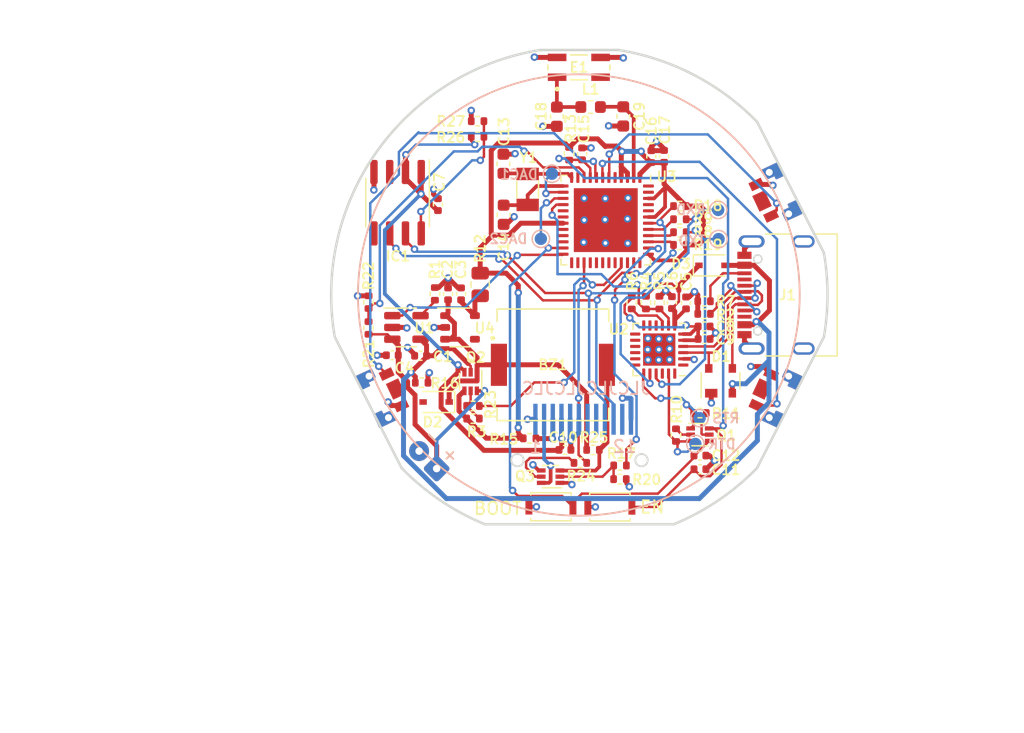
<source format=kicad_pcb>
(kicad_pcb (version 20211014) (generator pcbnew)
  (layers (0 "F.Cu" signal) (1 "In1.Cu" signal) (2 "In2.Cu" signal) (31 "B.Cu" signal) (34 "B.Paste" user) (35 "F.Paste" user) (36 "B.SilkS" user "B.Silkscreen") (37 "F.SilkS" user "F.Silkscreen") (38 "B.Mask" user) (39 "F.Mask" user) (44 "Edge.Cuts" user))
  (net 0 "")
  (net 1 "VBUS")
  (net 2 "GND")
  (net 3 "VCC")
  (net 4 "+3V3")
  (net 6 "+BATT")
  (net 7 "/EN")
  (net 8 "/BOOT")
  (net 18 "/DN")
  (net 19 "/DP")
  (net 20 "/SDA")
  (net 22 "/SCL")
  (net 24 "/DIR")
  (net 25 "/RTS")
  (net 26 "/DTR")
  (net 27 "/TXD0")
  (net 32 "/RXD0")
  (net 39 "/PIEZO_DRAIN")
  (net 40 "/PIEZO_GATE")
  (net 44 "/STAT")
  (net 45 "/DAC1")
  (net 46 "/DAC2")
  (net 47 "/B1")
  (net 50 "/B3")
  (net 53 "/B2")
  (net 54 "/POWER")
  (net 56 "/ENABLE")
  (net 62 "/PIEZO")
  (net 65 "/BACKLIGHT")
  (net 66 "/BATT_ADC")
  (net 67 "/CONNECTED")
  (net 71 "/VREGIN")
  (net 72 "/VO")
  (net 73 "/VIO")
  (net 74 "/ANTENNA")
  (net 75 "/LNA_IN")
  (net 76 "/CC2")
  (net 77 "/CC1")
  (net 78 "/DTR_BASE")
  (net 79 "/RTS_BASE")
  (net 80 "/POWER_GATE")
  (net 81 "/BACKLIGHT_GATE")
  (net 82 "/LEDK")
  (net 83 "/PROG")
  (net 84 "/~RST")
  (net 85 "/TXD")
  (net 86 "/RXD")
  (net 87 "/LEDA")
  (net 89 "/32K_XP")
  (net 90 "/32K_XN")
  (footprint "Resistor_SMD:R_0402_1005Metric" (layer "F.Cu") (at 83.05 102.66 90)
    (fp_text reference "R21")
    (fp_text value "22.1k")
  )
  (footprint "KXT-311:KXT 311 LHS" (layer "F.Cu") (at 97.75 117.08)
    (fp_text reference "SW2" hide)
    (fp_text value "BOOT")
  )
  (footprint "Package_SO:SOIC-8_3.9x4.9mm_P1.27mm" (layer "F.Cu") (at 85.393 92.557 -90)
    (fp_text reference "IC1")
    (fp_text value "AS5600-ASOT")
  )
  (footprint "Resistor_SMD:R_0402_1005Metric" (layer "F.Cu") (at 103.31 114.85)
    (fp_text reference "R20")
    (fp_text value "100k")
  )
  (footprint "Resistor_SMD:R_0402_1005Metric" (layer "F.Cu") (at 88.4 99.91 90)
    (fp_text reference "R1")
    (fp_text value "10k")
  )
  (footprint "Resistor_SMD:R_0402_1005Metric" (layer "F.Cu") (at 91.47 109.966)
    (fp_text reference "R3")
    (fp_text value "100k")
  )
  (footprint "Diode_SMD:D_SOD-323" (layer "F.Cu") (at 110.73 97.61)
    (fp_text reference "D3")
    (fp_text value "D_Schottky_Small")
  )
  (footprint "Resistor_SMD:R_0402_1005Metric" (layer "F.Cu") (at 91.84 87.24 180)
    (fp_text reference "R26")
    (fp_text value "10k")
  )
  (footprint "Resistor_SMD:R_0402_1005Metric" (layer "F.Cu") (at 91.84 85.98)
    (fp_text reference "R27")
    (fp_text value "10k")
  )
  (footprint "Package_DFN_QFN:QFN-48-1EP_7x7mm_P0.5mm_EP5.15x5.15mm" (layer "F.Cu") (at 102.171 93.961 -90)
    (fp_text reference "U3")
    (fp_text value "ESP32-PICO-V3")
  )
  (footprint "Capacitor_SMD:C_0603_1608Metric" (layer "F.Cu") (at 93.94 93.53 90)
    (fp_text reference "C14")
    (fp_text value "3.3pF")
  )
  (footprint "Package_TO_SOT_SMD:SOT-143" (layer "F.Cu") (at 111.42 106.92 90)
    (fp_text reference "D1")
    (fp_text value "SP0503BAHT")
  )
  (footprint "KXT-311:KXT 311 LHS" (layer "F.Cu") (at 102.5 117.094)
    (fp_text reference "SW1" hide)
    (fp_text value "EN")
  )
  (footprint "Resistor_SMD:R_0402_1005Metric" (layer "F.Cu") (at 87.33 107.07)
    (fp_text reference "R16")
    (fp_text value "100k")
  )
  (footprint "Resistor_SMD:R_0402_1005Metric" (layer "F.Cu") (at 109.76 109.52 180)
    (fp_text reference "R11")
    (fp_text value "10k")
  )
  (footprint "Resistor_SMD:R_0402_1005Metric" (layer "F.Cu") (at 108.141 92.831 180)
    (fp_text reference "R18")
    (fp_text value "4.7k")
  )
  (footprint "Resistor_SMD:R_0402_1005Metric" (layer "F.Cu") (at 108.141 95.961)
    (fp_text reference "R19")
    (fp_text value "4.7k")
  )
  (footprint "Resistor_SMD:R_0402_1005Metric" (layer "F.Cu") (at 101.14 112.49 180)
    (fp_text reference "R25")
    (fp_text value "1k")
  )
  (footprint "Diode_SMD:D_SOD-323" (layer "F.Cu") (at 88.5 108.63 180)
    (fp_text reference "D2")
    (fp_text value "D_Schottky_Small")
  )
  (footprint "Capacitor_SMD:C_0402_1005Metric" (layer "F.Cu") (at 90.51 99.91 90)
    (fp_text reference "C3")
    (fp_text value "0.1uF")
  )
  (footprint "Package_DFN_QFN:QFN-24-1EP_4x4mm_P0.5mm_EP2.6x2.6mm" (layer "F.Cu") (at 106.479484 104.398951 180)
    (fp_text reference "U2")
    (fp_text value "CP2102N-Axx-xQFN24")
  )
  (footprint "Inductor_SMD:L_0603_1608Metric" (layer "F.Cu") (at 100.95 84.84)
    (fp_text reference "L1")
    (fp_text value "TBD")
  )
  (footprint "Crystal:Crystal_SMD_3215-2Pin_3.2x1.5mm" (layer "F.Cu") (at 95.876 91.486 90)
    (fp_text reference "Y1")
    (fp_text value "32.768kHz 6pF")
  )
  (footprint "Capacitor_SMD:C_0603_1608Metric" (layer "F.Cu") (at 93.92 89.42 -90)
    (fp_text reference "C13")
    (fp_text value "3.3pF")
  )
  (footprint "Resistor_SMD:R_0402_1005Metric" (layer "F.Cu") (at 110.091484 100.502951 180)
    (fp_text reference "R7")
    (fp_text value "5.1k")
  )
  (footprint "battery-connector:Battery Connector" (layer "F.Cu") (at 88.54 114 135)
    (fp_text reference "J2" hide)
    (fp_text value "Conn_01x02")
  )
  (footprint "Resistor_SMD:R_0402_1005Metric" (layer "F.Cu") (at 91.47 108.95 180)
    (fp_text reference "R23")
    (fp_text value "10k")
  )
  (footprint "Capacitor_SMD:C_0402_1005Metric" (layer "F.Cu") (at 100.26 88.62 90)
    (fp_text reference "C15")
    (fp_text value "0.1uF")
  )
  (footprint "Resistor_SMD:R_0402_1005Metric" (layer "F.Cu") (at 107.83 111.3 -90)
    (fp_text reference "R10")
    (fp_text value "10k")
  )
  (footprint "Resistor_SMD:R_0402_1005Metric" (layer "F.Cu") (at 83.05 100.58 -90)
    (fp_text reference "R22")
    (fp_text value "47.5k")
  )
  (footprint "Capacitor_SMD:C_0603_1608Metric" (layer "F.Cu") (at 103.58 85.598 -90)
    (fp_text reference "C19")
    (fp_text value "TBD")
  )
  (footprint "Capacitor_SMD:C_0402_1005Metric" (layer "F.Cu") (at 88.646 92.71 90)
    (fp_text reference "C7")
    (fp_text value "0.1uF")
  )
  (footprint "Resistor_SMD:R_0402_1005Metric" (layer "F.Cu") (at 99.22 88.61 90)
    (fp_text reference "R13")
    (fp_text value "10k")
  )
  (footprint "sot-25:SOT-25" (layer "F.Cu") (at 90.424 102.616)
    (fp_text reference "U4")
    (fp_text value "AP7354-33W5-7")
  )
  (footprint "Resistor_SMD:R_0805_2012Metric" (layer "F.Cu") (at 92.05 99.15 -90)
    (fp_text reference "R12")
    (fp_text value "0R")
  )
  (footprint "Capacitor_SMD:C_0402_1005Metric" (layer "F.Cu") (at 109.76 114.05)
    (fp_text reference "C11")
    (fp_text value "0.1uF")
  )
  (footprint "PKMCS0909E4000-R1:SPKR_PKMCS0909E4000-R1" (layer "F.Cu") (at 97.91 105.63)
    (fp_text reference "BZ1")
    (fp_text value "Buzzer")
  )
  (footprint "Capacitor_SMD:C_0402_1005Metric" (layer "F.Cu") (at 110.091484 103.550951)
    (fp_text reference "C9")
    (fp_text value "0.1uF")
  )
  (footprint "Resistor_SMD:R_0402_1005Metric" (layer "F.Cu") (at 104.261484 100.616951 -90)
    (fp_text reference "R6")
    (fp_text value "1k")
  )
  (footprint "Capacitor_SMD:C_0402_1005Metric" (layer "F.Cu") (at 109.76 112.95)
    (fp_text reference "C12")
    (fp_text value "0.1uF")
  )
  (footprint "Resistor_SMD:R_0402_1005Metric" (layer "F.Cu") (at 110.091484 101.518951)
    (fp_text reference "R2")
    (fp_text value "5.1k")
  )
  (footprint "EVP-AKE31A:EVP-AKE31A" (layer "F.Cu") (at 83.873 108.217 115)
    (fp_text reference "SW5" hide)
    (fp_text value "B3")
  )
  (footprint "Resistor_SMD:R_0402_1005Metric" (layer "F.Cu") (at 100.12 113.54 180)
    (fp_text reference "R24")
    (fp_text value "10k")
  )
  (footprint "Capacitor_SMD:C_0402_1005Metric" (layer "F.Cu") (at 89.46 99.91 90)
    (fp_text reference "C2")
    (fp_text value "0.1uF")
  )
  (footprint "USB4105:USB4105-GF-A" (layer "F.Cu") (at 113.92 100 90)
    (fp_text reference "J1")
    (fp_text value "USB4105-GF-A")
    (fp_circle (center 2.9 0.5) (end 3.2302 0.5) (layer "Edge.Cuts") (width 0.12) (fill none))
    (fp_circle (center -2.9 0.5) (end -2.5698 0.5) (layer "Edge.Cuts") (width 0.12) (fill none))
  )
  (footprint "Package_TO_SOT_SMD:SOT-23-5" (layer "F.Cu") (at 86.106 102.616)
    (fp_text reference "U1")
    (fp_text value "MCP73831-2-OT")
  )
  (footprint "EVP-AKE31A:EVP-AKE31A" (layer "F.Cu") (at 116.127 108.217 -115)
    (fp_text reference "SW4" hide)
    (fp_text value "B2")
  )
  (footprint "EVP-AKE31A:EVP-AKE31A" (layer "F.Cu") (at 116.127 91.783 -65)
    (fp_text reference "SW3" hide)
    (fp_text value "B1")
  )
  (footprint "Capacitor_SMD:C_0402_1005Metric" (layer "F.Cu") (at 87.246 104.902 180)
    (fp_text reference "C1")
    (fp_text value "4.7uF")
  )
  (footprint "Resistor_SMD:R_0402_1005Metric" (layer "F.Cu") (at 103.32 113.75 180)
    (fp_text reference "R17")
    (fp_text value "10k")
  )
  (footprint "Package_TO_SOT_SMD:SOT-563" (layer "F.Cu") (at 97.72 114.65 180)
    (fp_text reference "Q3")
    (fp_text value "DMN2004VK-7")
  )
  (footprint "Resistor_SMD:R_0402_1005Metric" (layer "F.Cu") (at 108.14 94.94)
    (fp_text reference "R8")
    (fp_text value "1k")
  )
  (footprint "Capacitor_SMD:C_0402_1005Metric" (layer "F.Cu") (at 108.638484 100.640951 90)
    (fp_text reference "C5")
    (fp_text value "4.7uF")
  )
  (footprint "Capacitor_SMD:C_0402_1005Metric" (layer "F.Cu") (at 110.091484 102.534951)
    (fp_text reference "C8")
    (fp_text value "4.7uF")
  )
  (footprint "2450AT42E0100:XDCR_2450AT42E0100E" (layer "F.Cu") (at 100 81.64 180)
    (fp_text reference "E1")
    (fp_text value "2450AT42E0100E")
  )
  (footprint "Package_TO_SOT_SMD:SOT-563" (layer "F.Cu") (at 91.28 106.98 -90)
    (fp_text reference "Q2")
    (fp_text value "DMP2004VK-7")
  )
  (footprint "Capacitor_SMD:C_0402_1005Metric" (layer "F.Cu") (at 98.88 112.49 180)
    (fp_text reference "C10")
    (fp_text value "0.1uF")
  )
  (footprint "Resistor_SMD:R_0402_1005Metric" (layer "F.Cu") (at 108.14 93.894)
    (fp_text reference "R9")
    (fp_text value "1k")
  )
  (footprint "Package_TO_SOT_SMD:SOT-563" (layer "F.Cu") (at 109.76 111.26)
    (fp_text reference "Q1")
    (fp_text value "DMN2004VK-7")
  )
  (footprint "Resistor_SMD:R_0402_1005Metric" (layer "F.Cu") (at 105.407484 100.616951 90)
    (fp_text reference "R4")
    (fp_text value "22.1k")
  )
  (footprint "Capacitor_SMD:C_0402_1005Metric" (layer "F.Cu") (at 106.87 88.82 90)
    (fp_text reference "C17")
    (fp_text value "0.1uF")
  )
  (footprint "Capacitor_SMD:C_0603_1608Metric" (layer "F.Cu") (at 98.23 85.62 -90)
    (fp_text reference "C18")
    (fp_text value "TBD")
  )
  (footprint "Capacitor_SMD:C_0402_1005Metric" (layer "F.Cu") (at 105.84 88.84 90)
    (fp_text reference "C16")
    (fp_text value "10uF")
  )
  (footprint "Capacitor_SMD:C_0402_1005Metric" (layer "F.Cu") (at 107.501484 100.610951 90)
    (fp_text reference "C6")
    (fp_text value "0.1uF")
  )
  (footprint "Resistor_SMD:R_0402_1005Metric" (layer "F.Cu") (at 96.03 111.56)
    (fp_text reference "R15")
    (fp_text value "10R")
  )
  (footprint "Capacitor_SMD:C_0402_1005Metric" (layer "F.Cu") (at 84.966 104.86 180)
    (fp_text reference "C4")
    (fp_text value "4.7uF")
  )
  (footprint "Resistor_SMD:R_0402_1005Metric" (layer "F.Cu") (at 106.494484 100.616951 90)
    (fp_text reference "R5")
    (fp_text value "47.5k")
  )
  (footprint "TestPoint:TestPoint_Pad_D1.0mm" (layer "B.Cu") (at 109.73 109.93 180)
    (fp_text reference "TP3" hide)
    (fp_text value "RTS")
  )
  (footprint "gc9a01:GC9A01_IPS_display_under" (layer "B.Cu") (at 100.35 119.206)
    (fp_text reference "U5")
    (fp_text value "GC9A01")
    (fp_circle (center -5.3 -5.8865) (end -4.8 -5.8865) (layer "Edge.Cuts") (width 0.15) (fill none))
    (fp_circle (center 4.7 -5.8865) (end 5.2 -5.8865) (layer "Edge.Cuts") (width 0.15) (fill none))
  )
  (footprint "TestPoint:TestPoint_Pad_D1.0mm" (layer "B.Cu") (at 111.26 95.49 180)
    (fp_text reference "TP6" hide)
    (fp_text value "TXD")
  )
  (footprint "TestPoint:TestPoint_Pad_D1.0mm" (layer "B.Cu") (at 97.83 90.22 180)
    (fp_text reference "TP1" hide)
    (fp_text value "DAC1")
  )
  (footprint "TestPoint:TestPoint_Pad_D1.0mm" (layer "B.Cu") (at 96.94 95.47 180)
    (fp_text reference "TP2" hide)
    (fp_text value "DAC2")
  )
  (footprint "TestPoint:TestPoint_Pad_D1.0mm" (layer "B.Cu") (at 109.39 112.01 180)
    (fp_text reference "TP4" hide)
    (fp_text value "DTR")
  )
  (footprint "TestPoint:TestPoint_Pad_D1.0mm" (layer "B.Cu") (at 111.23 93.14 180)
    (fp_text reference "TP7" hide)
    (fp_text value "RXD")
  )
  (gr_circle (center 100 100) (end 117.8 100) (layer "B.SilkS") (width 0.15) (fill none))
  (gr_arc (start 119.751349 96.607562) (mid 120.04 99.993227) (end 119.751349 103.378892) (layer "Edge.Cuts") (width 0.2))
  (gr_line (start 114.3651 113.95) (end 119.751349 103.378892) (layer "Edge.Cuts") (width 0.2))
  (gr_arc (start 92.440658 118.493227) (mid 88.844889 116.566382) (end 85.7149 113.95) (layer "Edge.Cuts") (width 0.2))
  (gr_arc (start 103.17 80.239668) (mid 109.236239 82.232901) (end 114.3651 86.036454) (layer "Edge.Cuts") (width 0.2))
  (gr_line (start 119.751349 96.607562) (end 114.3651 86.036454) (layer "Edge.Cuts") (width 0.2))
  (gr_arc (start 80.328651 103.378892) (mid 83.783071 88.343666) (end 96.91 80.239668) (layer "Edge.Cuts") (width 0.2))
  (gr_line (start 80.328651 103.378892) (end 85.7149 113.95) (layer "Edge.Cuts") (width 0.2))
  (gr_line (start 103.17 80.239668) (end 96.91 80.239668) (layer "Edge.Cuts") (width 0.2))
  (gr_line (start 92.440658 118.493227) (end 107.639342 118.493227) (layer "Edge.Cuts") (width 0.2))
  (gr_arc (start 114.3651 113.95) (mid 111.235111 116.566383) (end 107.639342 118.493227) (layer "Edge.Cuts") (width 0.2))
  (gr_text "+ -" (at 88.84 112.29 135) (layer "B.SilkS") (effects (font (size 1 1))))
  (gr_text "JLCJLCJLCJLC" (at 100.55 107.53) (layer "B.SilkS") (effects (font (size 1 1)) (justify mirror)))
  (gr_text "+ -" (at 88.84 112.28 135) (layer "F.SilkS") (effects (font (size 1 1))))
  (segment (start 114.292955 102.148027) (end 114.458428 102.148027) (width 0.4) (layer "F.Cu") (net 1))
  (segment (start 89.8795 104.330261) (end 91.079239 105.53) (width 0.4) (layer "F.Cu") (net 1))
  (segment (start 86.82 107.07) (end 86.82 106.59) (width 0.4) (layer "F.Cu") (net 1))
  (segment (start 112.37 107.17) (end 112.38 107.16) (width 0.4) (layer "F.Cu") (net 1))
  (segment (start 87.726 104.984) (end 87.726 104.902) (width 0.4) (layer "F.Cu") (net 1))
  (segment (start 114.292955 102.148027) (end 114.2665 102.148027) (width 0.4) (layer "F.Cu") (net 1))
  (segment (start 114.458428 102.148027) (end 115.36 101.246455) (width 0.4) (layer "F.Cu") (net 1))
  (segment (start 114.118898 97.599999) (end 113.345 97.599999) (width 0.4) (layer "F.Cu") (net 1))
  (segment (start 87.726 104.902) (end 87.726 104.0485) (width 0.4) (layer "F.Cu") (net 1))
  (segment (start 114.014526 102.400001) (end 113.345 102.400001) (width 0.4) (layer "F.Cu") (net 1))
  (segment (start 88.288261 104.902) (end 88.86 104.330261) (width 0.4) (layer "F.Cu") (net 1))
  (segment (start 86.47 106.24) (end 87.726 104.984) (width 0.4) (layer "F.Cu") (net 1))
  (segment (start 112.37 107.92) (end 112.37 107.17) (width 0.4) (layer "F.Cu") (net 1))
  (segment (start 115.36 101.246455) (end 115.36 98.841101) (width 0.4) (layer "F.Cu") (net 1))
  (segment (start 87.726 104.0485) (end 87.2435 103.566) (width 0.4) (layer "F.Cu") (net 1))
  (segment (start 115.36 98.841101) (end 114.118898 97.599999) (width 0.4) (layer "F.Cu") (net 1))
  (segment (start 91.28 106.23) (end 91.28 105.730761) (width 0.2) (layer "F.Cu") (net 1))
  (segment (start 86.82 106.59) (end 86.47 106.24) (width 0.4) (layer "F.Cu") (net 1))
  (segment (start 88.86 104.330261) (end 89.8795 104.330261) (width 0.4) (layer "F.Cu") (net 1))
  (segment (start 114.2665 102.148027) (end 114.014526 102.400001) (width 0.4) (layer "F.Cu") (net 1))
  (segment (start 111.78 97.61) (end 113.334999 97.61) (width 0.4) (layer "F.Cu") (net 1))
  (segment (start 87.726 104.902) (end 88.288261 104.902) (width 0.4) (layer "F.Cu") (net 1))
  (segment (start 113.334999 97.61) (end 113.345 97.599999) (width 0.4) (layer "F.Cu") (net 1))
  (segment (start 91.28 105.730761) (end 91.079239 105.53) (width 0.2) (layer "F.Cu") (net 1))
  (via (at 112.38 107.16) (size 0.6) (drill 0.3) (layers "F.Cu" "B.Cu") (net 1))
  (via (at 114.292955 102.148027) (size 0.6) (drill 0.3) (layers "F.Cu" "B.Cu") (net 1))
  (via (at 86.47 106.24) (size 0.6) (drill 0.3) (layers "F.Cu" "B.Cu") (net 1))
  (segment (start 114.38848 109.61406) (end 115.3241 108.67844) (width 0.4) (layer "B.Cu") (net 1))
  (segment (start 115.3241 108.67844) (end 115.3241 105.2859) (width 0.4) (layer "B.Cu") (net 1))
  (segment (start 112.38 107.16) (end 113.45 107.16) (width 0.4) (layer "B.Cu") (net 1))
  (segment (start 85.87 106.84) (end 85.87 112.96) (width 0.4) (layer "B.Cu") (net 1))
  (segment (start 114.292955 102.148027) (end 114.42879 102.148027) (width 0.4) (layer "B.Cu") (net 1))
  (segment (start 114.38848 111.74152) (end 114.38848 109.61406) (width 0.4) (layer "B.Cu") (net 1))
  (segment (start 109.713742 116.416258) (end 114.38848 111.74152) (width 0.4) (layer "B.Cu") (net 1))
  (segment (start 85.87 112.96) (end 89.326258 116.416258) (width 0.4) (layer "B.Cu") (net 1))
  (segment (start 113.45 107.16) (end 115.3241 105.2859) (width 0.4) (layer "B.Cu") (net 1))
  (segment (start 89.326258 116.416258) (end 109.713742 116.416258) (width 0.4) (layer "B.Cu") (net 1))
  (segment (start 86.47 106.24) (end 85.87 106.84) (width 0.4) (layer "B.Cu") (net 1))
  (segment (start 114.42879 102.148027) (end 115.3241 103.043337) (width 0.4) (layer "B.Cu") (net 1))
  (segment (start 115.3241 103.043337) (end 115.3241 105.2859) (width 0.4) (layer "B.Cu") (net 1))
  (segment (start 110.52 112.95) (end 110.94 113.37) (width 0.4) (layer "F.Cu") (net 2))
  (segment (start 99.35282 112.48282) (end 99.36 112.49) (width 0.4) (layer "F.Cu") (net 2))
  (segment (start 86.096 102.616) (end 86.14 102.66) (width 0.4) (layer "F.Cu") (net 2))
  (segment (start 98.25 80.84) (end 96.44 80.84) (width 0.4) (layer "F.Cu") (net 2))
  (segment (start 83.05 100.07) (end 82.17 100.07) (width 0.4) (layer "F.Cu") (net 2))
  (segment (start 113.345 96.254998) (end 113.92 95.679998) (width 0.4) (layer "F.Cu") (net 2))
  (segment (start 113.86 105.77) (end 114.886515 105.77) (width 0.4) (layer "F.Cu") (net 2))
  (segment (start 101.326 117.094) (end 101.33 117.09) (width 0.3) (layer "F.Cu") (net 2))
  (segment (start 108.638484 100.160951) (end 108.891484 100.160951) (width 0.4) (layer "F.Cu") (net 2))
  (segment (start 113.345 96.8) (end 113.345 96.254998) (width 0.4) (layer "F.Cu") (net 2))
  (segment (start 86.766 104.902) (end 86.766 104.796) (width 0.4) (layer "F.Cu") (net 2))
  (segment (start 88.7 99.4) (end 89.47 98.63) (width 0.4) (layer "F.Cu") (net 2))
  (segment (start 109.241984 105.148951) (end 109.291484 105.198451) (width 0.3) (layer "F.Cu") (net 2))
  (segment (start 95.974598 117.08) (end 96.58 117.08) (width 0.3) (layer "F.Cu") (net 2))
  (segment (start 97.1 86.4005) (end 98.2245 86.4005) (width 0.4) (layer "F.Cu") (net 2))
  (segment (start 109.581484 99.990951) (end 109.321484 99.730951) (width 0.4) (layer "F.Cu") (net 2))
  (segment (start 89.084571 102.616) (end 89.224 102.616) (width 0.4) (layer "F.Cu") (net 2))
  (segment (start 109.581484 100.502951) (end 109.581484 99.990951) (width 0.4) (layer "F.Cu") (net 2))
  (segment (start 110.571484 103.518516) (end 110.571484 103.550951) (width 0.3) (layer "F.Cu") (net 2))
  (segment (start 89.080571 102.62) (end 89.084571 102.616) (width 0.4) (layer "F.Cu") (net 2))
  (segment (start 102.413 86.373) (end 103.58 86.373) (width 0.4) (layer "F.Cu") (net 2))
  (segment (start 98.47 115.15) (end 99.3 115.15) (width 0.3) (layer "F.Cu") (net 2))
  (segment (start 111.03 102.993467) (end 110.571484 102.534951) (width 0.3) (layer "F.Cu") (net 2))
  (segment (start 110.26 114.05) (end 110.94 113.37) (width 0.4) (layer "F.Cu") (net 2))
  (segment (start 108.891484 100.160951) (end 109.321484 99.730951) (width 0.4) (layer "F.Cu") (net 2))
  (segment (start 84.912088 108.914377) (end 85.690566 108.914377) (width 0.4) (layer "F.Cu") (net 2))
  (segment (start 88.4 99.4) (end 88.7 99.4) (width 0.4) (layer "F.Cu") (net 2))
  (segment (start 88.33 102.62) (end 89.080571 102.62) (width 0.4) (layer "F.Cu") (net 2))
  (segment (start 99.3 115.15) (end 99.44 115.29) (width 0.3) (layer "F.Cu") (net 2))
  (segment (start 107.501484 100.130951) (end 107.490951 100.130951) (width 0.4) (layer "F.Cu") (net 2))
  (segment (start 109.581484 101.518951) (end 109.581484 100.502951) (width 0.4) (layer "F.Cu") (net 2))
  (segment (start 106.85 88.36) (end 106.87 88.34) (width 0.4) (layer "F.Cu") (net 2))
  (segment (start 89.46 98.64) (end 89.47 98.63) (width 0.4) (layer "F.Cu") (net 2))
  (segment (start 100.26 88.14) (end 100.98 88.14) (width 0.4) (layer "F.Cu") (net 2))
  (segment (start 96.97 114.15) (end 96.76 114.15) (width 0.3) (layer "F.Cu") (net 2))
  (segment (start 93.92 88.645) (end 94.815 88.645) (width 0.4) (layer "F.Cu") (net 2))
  (segment (start 90.27 99.43) (end 89.47 98.63) (width 0.4) (layer "F.Cu") (net 2))
  (segment (start 89.46 99.43) (end 89.46 98.64) (width 0.4) (layer "F.Cu") (net 2))
  (segment (start 83.488 91.522) (end 83.48 91.53) (width 0.4) (layer "F.Cu") (net 2))
  (segment (start 86.766 104.796) (end 86.2 104.23) (width 0.4) (layer "F.Cu") (net 2))
  (segment (start 113.345 103.2) (end 113.345 103.745002) (width 0.4) (layer "F.Cu") (net 2))
  (segment (start 96.44 80.84) (end 96.42 80.82) (width 0.4) (layer "F.Cu") (net 2))
  (segment (start 110.67 107.92) (end 110.67 108.7) (width 0.4) (layer "F.Cu") (net 2))
  (segment (start 115.64 91.16) (end 115.565623 91.085623) (width 0.4) (layer "F.Cu") (net 2))
  (segment (start 106.87 88.34) (end 106.87 88.21) (width 0.4) (layer "F.Cu") (net 2))
  (segment (start 111.03 103.06) (end 110.571484 103.518516) (width 0.3) (layer "F.Cu") (net 2))
  (segment (start 103.82 115.21) (end 104.07 115.46) (width 0.3) (layer "F.Cu") (net 2))
  (segment (start 87.84 106.38) (end 87.95 106.27) (width 0.4) (layer "F.Cu") (net 2))
  (segment (start 114.886515 105.77) (end 115.492913 106.376398) (width 0.4) (layer "F.Cu") (net 2))
  (segment (start 84.49 104.86) (end 83.74 104.86) (width 0.4) (layer "F.Cu") (net 2))
  (segment (start 106.494484 100.106951) (end 106.535187 100.106951) (width 0.4) (layer "F.Cu") (net 2))
  (segment (start 87.84 107.07) (end 87.84 106.38) (width 0.4) (layer "F.Cu") (net 2))
  (segment (start 98.2245 86.4005) (end 98.23 86.395) (width 0.4) (layer "F.Cu") (net 2))
  (segment (start 113.345 103.745002) (end 113.92 104.320002) (width 0.4) (layer "F.Cu") (net 2))
  (segment (start 103.82 114.85) (end 103.82 115.21) (width 0.3) (layer "F.Cu") (net 2))
  (segment (start 90.51 99.43) (end 90.27 99.43) (width 0.4) (layer "F.Cu") (net 2))
  (segment (start 91.33 85.98) (end 91.33 85.12) (width 0.4) (layer "F.Cu") (net 2))
  (segment (start 102.4 86.36) (end 102.413 86.373) (width 0.4) (layer "F.Cu") (net 2))
  (segment (start 94.78 93.69) (end 94.165 94.305) (width 0.4) (layer "F.Cu") (net 2))
  (segment (start 106.87 88.21) (end 106.27 87.61) (width 0.4) (layer "F.Cu") (net 2))
  (segment (start 110.67 108.7) (end 110.68 108.71) (width 0.4) (layer "F.Cu") (net 2))
  (segment (start 110.24 114.05) (end 110.26 114.05) (width 0.4) (layer "F.Cu") (net 2))
  (segment (start 84.9685 102.616) (end 86.096 102.616) (width 0.4) (layer "F.Cu") (net 2))
  (segment (start 88.291444 91.875444) (end 88.646 92.23) (width 0.4) (layer "F.Cu") (net 2))
  (segment (start 100.724598 117.094) (end 101.326 117.094) (width 0.3) (layer "F.Cu") (net 2))
  (segment (start 101.75 80.84) (end 103.54 80.84) (width 0.4) (layer "F.Cu") (net 2))
  (segment (start 110.24 112.95) (end 110.52 112.95) (width 0.4) (layer "F.Cu") (net 2))
  (segment (start 115.565623 91.085623) (end 114.309434 91.085623) (width 0.4) (layer "F.Cu") (net 2))
  (segment (start 88.291444 91.471444) (end 88.291444 91.875444) (width 0.4) (layer "F.Cu") (net 2))
  (segment (start 103.54 80.84) (end 103.58 80.88) (width 0.4) (layer "F.Cu") (net 2))
  (segment (start 83.488 90.082) (end 83.488 91.522) (width 0.4) (layer "F.Cu") (net 2))
  (segment (start 107.490951 100.130951) (end 107.001069 99.641069) (width 0.4) (layer "F.Cu") (net 2))
  (segment (start 108.416984 105.148951) (end 109.241984 105.148951) (width 0.3) (layer "F.Cu") (net 2))
  (segment (start 94.815 88.645) (end 94.86 88.6) (width 0.4) (layer "F.Cu") (net 2))
  (segment (start 105.84 88.04) (end 106.27 87.61) (width 0.4) (layer "F.Cu") (net 2))
  (segment (start 105.84 88.36) (end 106.85 88.36) (width 0.4) (layer "F.Cu") (net 2))
  (segment (start 84.627483 108.629772) (end 84.912088 108.914377) (width 0.4) (layer "F.Cu") (net 2))
  (segment (start 111.03 103.06) (end 111.03 102.993467) (width 0.3) (layer "F.Cu") (net 2))
  (segment (start 94.165 94.305) (end 93.94 94.305) (width 0.4) (layer "F.Cu") (net 2))
  (segment (start 106.535187 100.106951) (end 107.001069 99.641069) (width 0.4) (layer "F.Cu") (net 2))
  (segment (start 105.84 88.36) (end 105.84 88.04) (width 0.4) (layer "F.Cu") (net 2))
  (segment (start 99.35282 111.734923) (end 99.35282 112.48282) (width 0.4) (layer "F.Cu") (net 2))
  (segment (start 96.76 114.15) (end 96.3 113.69) (width 0.3) (layer "F.Cu") (net 2))
  (via (at 105.571484 103.510951) (size 0.6) (drill 0.3) (layers "F.Cu" "B.Cu") (net 2))
  (via (at 87.95 106.27) (size 0.6) (drill 0.3) (layers "F.Cu" "B.Cu") (net 2))
  (via (at 95.86 110.02) (size 0.6) (drill 0.3) (layers "F.Cu" "B.Cu") (net 2))
  (via (at 88.33 102.62) (size 0.6) (drill 0.3) (layers "F.Cu" "B.Cu") (net 2))
  (via (at 91.33 85.12) (size 0.6) (drill 0.3) (layers "F.Cu" "B.Cu") (net 2))
  (via (at 84.627483 108.629772) (size 0.6) (drill 0.3) (layers "F.Cu" "B.Cu") (net 2))
  (via (at 101.33 117.09) (size 0.6) (drill 0.3) (layers "F.Cu" "B.Cu") (net 2))
  (via (at 106.441484 105.230951) (size 0.6) (drill 0.3) (layers "F.Cu" "B.Cu") (net 2))
  (via (at 89.47 98.63) (size 0.6) (drill 0.3) (layers "F.Cu" "B.Cu") (net 2))
  (via (at 107.321484 103.550951) (size 0.6) (drill 0.3) (layers "F.Cu" "B.Cu") (net 2))
  (via (at 102.4 86.36) (size 0.6) (drill 0.3) (layers "F.Cu" "B.Cu") (net 2))
  (via (at 104.07 115.46) (size 0.6) (drill 0.3) (layers "F.Cu" "B.Cu") (net 2))
  (via (at 109.321484 99.730951) (size 0.6) (drill 0.3) (layers "F.Cu" "B.Cu") (net 2))
  (via (at 103.961 92.181) (size 0.6) (drill 0.3) (layers "F.Cu" "B.Cu") (net 2))
  (via (at 86.14 102.66) (size 0.6) (drill 0.3) (layers "F.Cu" "B.Cu") (net 2))
  (via (at 107.311484 104.330951) (size 0.6) (drill 0.3) (layers "F.Cu" "B.Cu") (net 2))
  (via (at 107.311484 105.210951) (size 0.6) (drill 0.3) (layers "F.Cu" "B.Cu") (net 2))
  (via (at 103.941 95.831) (size 0.6) (drill 0.3) (layers "F.Cu" "B.Cu") (net 2))
  (via (at 109.291484 105.198451) (size 0.6) (drill 0.3) (layers "F.Cu" "B.Cu") (net 2))
  (via (at 113.86 105.77) (size 0.6) (drill 0.3) (layers "F.Cu" "B.Cu") (net 2))
  (via (at 97.1 86.4005) (size 0.6) (drill 0.3) (layers "F.Cu" "B.Cu") (net 2))
  (via (at 115.64 91.16) (size 0.6) (drill 0.3) (layers "F.Cu" "B.Cu") (net 2))
  (via (at 83.48 91.53) (size 0.6) (drill 0.3) (layers "F.Cu" "B.Cu") (net 2))
  (via (at 102.131 92.221) (size 0.6) (drill 0.3) (layers "F.Cu" "B.Cu") (net 2))
  (via (at 103.52 108.319998) (size 0.6) (drill 0.3) (layers "F.Cu" "B.Cu") (net 2))
  (via (at 105.581484 105.230951) (size 0.6) (drill 0.3) (layers "F.Cu" "B.Cu") (net 2))
  (via (at 82.17 100.07) (size 0.6) (drill 0.3) (layers "F.Cu" "B.Cu") (net 2))
  (via (at 99.35282 111.734923) (size 0.6) (drill 0.3) (layers "F.Cu" "B.Cu") (net 2))
  (via (at 100.391 95.751) (size 0.6) (drill 0.3) (layers "F.Cu" "B.Cu") (net 2))
  (via (at 110.94 113.37) (size 0.6) (drill 0.3) (layers "F.Cu" "B.Cu") (net 2))
  (via (at 86.2 104.23) (size 0.6) (drill 0.3) (layers "F.Cu" "B.Cu") (net 2))
  (via (at 102.141 95.811) (size 0.6) (drill 0.3) (layers "F.Cu" "B.Cu") (net 2))
  (via (at 96.42 80.82) (size 0.6) (drill 0.3) (layers "F.Cu" "B.Cu") (net 2))
  (via (at 100.431 93.961) (size 0.6) (drill 0.3) (layers "F.Cu" "B.Cu") (net 2))
  (via (at 106.441484 104.400951) (size 0.6) (drill 0.3) (layers "F.Cu" "B.Cu") (net 2))
  (via (at 103.58 80.88) (size 0.6) (drill 0.3) (layers "F.Cu" "B.Cu") (net 2))
  (via (at 103.921 93.861) (size 0.6) (drill 0.3) (layers "F.Cu" "B.Cu") (net 2))
  (via (at 94.86 88.6) (size 0.6) (drill 0.3) (layers "F.Cu" "B.Cu") (net 2))
  (via (at 106.441484 103.540951) (size 0.6) (drill 0.3) (layers "F.Cu" "B.Cu") (net 2))
  (via (at 111.03 103.06) (size 0.6) (drill 0.3) (layers "F.Cu" "B.Cu") (net 2))
  (via (at 110.68 108.71) (size 0.6) (drill 0.3) (layers "F.Cu" "B.Cu") (net 2))
  (via (at 107.001069 99.641069) (size 0.6) (drill 0.3) (layers "F.Cu" "B.Cu") (net 2))
  (via (at 88.291444 91.471444) (size 0.6) (drill 0.3) (layers "F.Cu" "B.Cu") (net 2))
  (via (at 99.44 115.29) (size 0.6) (drill 0.3) (layers "F.Cu" "B.Cu") (net 2))
  (via (at 96.58 117.08) (size 0.6) (drill 0.3) (layers "F.Cu" "B.Cu") (net 2))
  (via (at 100.431 92.201) (size 0.6) (drill 0.3) (layers "F.Cu" "B.Cu") (net 2))
  (via (at 83.74 104.86) (size 0.6) (drill 0.3) (layers "F.Cu" "B.Cu") (net 2))
  (via (at 106.27 87.61) (size 0.6) (drill 0.3) (layers "F.Cu" "B.Cu") (net 2))
  (via (at 105.551484 104.400951) (size 0.6) (drill 0.3) (layers "F.Cu" "B.Cu") (net 2))
  (via (at 100.98 88.14) (size 0.6) (drill 0.3) (layers "F.Cu" "B.Cu") (net 2))
  (via (at 94.78 93.69) (size 0.6) (drill 0.3) (layers "F.Cu" "B.Cu") (net 2))
  (via (at 96.3 113.69) (size 0.6) (drill 0.3) (layers "F.Cu" "B.Cu") (net 2))
  (via (at 102.111 93.921) (size 0.6) (drill 0.3) (layers "F.Cu" "B.Cu") (net 2))
  (segment (start 95.86 110.02) (end 95.8605 110.0195) (width 0.4) (layer "B.Cu") (net 2))
  (segment (start 104.150498 108.319998) (end 103.52 108.319998) (width 0.4) (layer "B.Cu") (net 2))
  (segment (start 99.3 111.682103) (end 99.3 110.0195) (width 0.4) (layer "B.Cu") (net 2))
  (segment (start 100 111.087743) (end 100 110.0195) (width 0.4) (layer "B.Cu") (net 2))
  (segment (start 104.2 108.3695) (end 104.150498 108.319998) (width 0.4) (layer "B.Cu") (net 2))
  (segment (start 99.35282 111.734923) (end 100 111.087743) (width 0.4) (layer "B.Cu") (net 2))
  (segment (start 104.2 110.0195) (end 104.2 108.3695) (width 0.4) (layer "B.Cu") (net 2))
  (segment (start 99.35282 111.734923) (end 99.3 111.682103) (width 0.4) (layer "B.Cu") (net 2))
  (segment (start 95.8605 110.0195) (end 96.5 110.0195) (width 0.4) (layer "B.Cu") (net 2))
  (segment (start 89.974 103.248) (end 89.656 103.566) (width 0.4) (layer "F.Cu") (net 3))
  (segment (start 93.56 105.63) (end 92.02 105.63) (width 0.4) (layer "F.Cu") (net 3))
  (segment (start 92.02 105.63) (end 91.8 105.41) (width 0.4) (layer "F.Cu") (net 3))
  (segment (start 89.55 108.63) (end 89.55 107.74) (width 0.4) (layer "F.Cu") (net 3))
  (segment (start 100.63 112.49) (end 100.63 107.94) (width 0.4) (layer "F.Cu") (net 3))
  (segment (start 91.8 106.93) (end 91.8 106.23) (width 0.4) (layer "F.Cu") (net 3))
  (segment (start 89.974 102.276571) (end 89.974 103.248) (width 0.4) (layer "F.Cu") (net 3))
  (segment (start 98.32 105.63) (end 93.56 105.63) (width 0.4) (layer "F.Cu") (net 3))
  (segment (start 90.36 106.93) (end 91.8 106.93) (width 0.4) (layer "F.Cu") (net 3))
  (segment (start 90.326 103.566) (end 91.8 105.04) (width 0.4) (layer "F.Cu") (net 3))
  (segment (start 100.63 107.94) (end 98.32 105.63) (width 0.4) (layer "F.Cu") (net 3))
  (segment (start 91.8 105.41) (end 91.8 106.23) (width 0.4) (layer "F.Cu") (net 3))
  (segment (start 89.363429 101.666) (end 89.974 102.276571) (width 0.4) (layer "F.Cu") (net 3))
  (segment (start 89.224 101.666) (end 89.363429 101.666) (width 0.4) (layer "F.Cu") (net 3))
  (segment (start 91.8 105.04) (end 91.8 105.41) (width 0.4) (layer "F.Cu") (net 3))
  (segment (start 89.46 101.43) (end 89.224 101.666) (width 0.4) (layer "F.Cu") (net 3))
  (segment (start 89.224 103.566) (end 90.326 103.566) (width 0.4) (layer "F.Cu") (net 3))
  (segment (start 89.656 103.566) (end 89.224 103.566) (width 0.4) (layer "F.Cu") (net 3))
  (segment (start 89.46 100.39) (end 89.46 101.43) (width 0.4) (layer "F.Cu") (net 3))
  (segment (start 89.55 107.74) (end 90.36 106.93) (width 0.4) (layer "F.Cu") (net 3))
  (segment (start 99.91 87.41) (end 101.52 87.41) (width 0.4) (layer "F.Cu") (net 4))
  (segment (start 106.95 92.9) (end 106.95 91.13) (width 0.3) (layer "F.Cu") (net 4))
  (segment (start 105.0205 88.41) (end 105.0205 88.543465) (width 0.4) (layer "F.Cu") (net 4))
  (segment (start 109.619 95.961) (end 108.651 95.961) (width 0.4) (layer "F.Cu") (net 4))
  (segment (start 106.87 89.3) (end 106.87 91.05) (width 0.4) (layer "F.Cu") (net 4))
  (segment (start 105.6085 96.711) (end 106.1075 97.21) (width 0.3) (layer "F.Cu") (net 4))
  (segment (start 106.85 89.32) (end 106.87 89.3) (width 0.4) (layer "F.Cu") (net 4))
  (segment (start 104.921 90.239) (end 105.84 89.32) (width 0.4) (layer "F.Cu") (net 4))
  (segment (start 95.12 99.22) (end 94.1375 98.2375) (width 0.4) (layer "F.Cu") (net 4))
  (segment (start 95.52 111.56) (end 95.51 111.55) (width 0.4) (layer "F.Cu") (net 4))
  (segment (start 106.95 91.13) (end 108.651 92.831) (width 0.4) (layer "F.Cu") (net 4))
  (segment (start 94.355673 95.1775) (end 95.322173 94.211) (width 0.4) (layer "F.Cu") (net 4))
  (segment (start 92.544 111.55) (end 90.96 109.966) (width 0.4) (layer "F.Cu") (net 4))
  (segment (start 105.6085 92.211) (end 106.058652 92.211) (width 0.3) (layer "F.Cu") (net 4))
  (segment (start 107.838529 97.21) (end 108.651 96.397529) (width 0.3) (layer "F.Cu") (net 4))
  (segment (start 94.1375 98.2375) (end 92.05 98.2375) (width 0.4) (layer "F.Cu") (net 4))
  (segment (start 93.0625 95.1775) (end 92.94 95.055) (width 0.4) (layer "F.Cu") (net 4))
  (segment (start 105.84 89.32) (end 106.85 89.32) (width 0.4) (layer "F.Cu") (net 4))
  (segment (start 105.6085 93.711) (end 106.139 93.711) (width 0.3) (layer "F.Cu") (net 4))
  (segment (start 105.0205 88.543465) (end 105.797035 89.32) (width 0.4) (layer "F.Cu") (net 4))
  (segment (start 106.058652 92.211) (end 106.95 91.319652) (width 0.3) (layer "F.Cu") (net 4))
  (segment (start 102.140381 88.030381) (end 102.180761 87.99) (width 0.4) (layer "F.Cu") (net 4))
  (segment (start 95.12 99.82) (end 95.12 99.22) (width 0.4) (layer "F.Cu") (net 4))
  (segment (start 92.94 95.055) (end 92.94 88.336827) (width 0.4) (layer "F.Cu") (net 4))
  (segment (start 103.421 88.469) (end 103.421 90.5235) (width 0.4) (layer "F.Cu") (net 4))
  (segment (start 95.12 111.16) (end 95.52 111.56) (width 0.4) (layer "F.Cu") (net 4))
  (segment (start 90.34 108.15) (end 90.76 107.73) (width 0.4) (layer "F.Cu") (net 4))
  (segment (start 104.921 90.5235) (end 104.921 90.239) (width 0.4) (layer "F.Cu") (net 4))
  (segment (start 103.04 87.99) (end 103.47 88.42) (width 0.4) (layer "F.Cu") (net 4))
  (segment (start 90.34 109.346) (end 90.34 108.15) (width 0.4) (layer "F.Cu") (net 4))
  (segment (start 101.52 87.41) (end 102.140381 88.030381) (width 0.4) (layer "F.Cu") (net 4))
  (segment (start 109.801 92.831) (end 110.04 93.07) (width 0.4) (layer "F.Cu") (net 4))
  (segment (start 90.34 109.346) (end 90.96 109.966) (width 0.4) (layer "F.Cu") (net 4))
  (segment (start 95.322173 94.211) (end 98.7335 94.211) (width 0.4) (layer "F.Cu") (net 4))
  (segment (start 108.651 92.831) (end 109.801 92.831) (width 0.4) (layer "F.Cu") (net 4))
  (segment (start 106.95 91.319652) (end 106.95 91.13) (width 0.3) (layer "F.Cu") (net 4))
  (segment (start 92.05 98.2375) (end 92.05 96.19) (width 0.4) (layer "F.Cu") (net 4))
  (segment (start 110.04 95.54) (end 109.619 95.961) (width 0.4) (layer "F.Cu") (net 4))
  (segment (start 102.180761 87.99) (end 103.04 87.99) (width 0.4) (layer "F.Cu") (net 4))
  (segment (start 93.0625 95.1775) (end 94.355673 95.1775) (width 0.4) (layer "F.Cu") (net 4))
  (segment (start 106.1075 97.21) (end 107.838529 97.21) (width 0.3) (layer "F.Cu") (net 4))
  (segment (start 103.921 90.161) (end 103.41 89.65) (width 0.4) (layer "F.Cu") (net 4))
  (segment (start 103.47 88.42) (end 103.421 88.469) (width 0.4) (layer "F.Cu") (net 4))
  (segment (start 92.94 88.336827) (end 93.532327 87.7445) (width 0.4) (layer "F.Cu") (net 4))
  (segment (start 95.51 111.55) (end 92.544 111.55) (width 0.4) (layer "F.Cu") (net 4))
  (segment (start 99.22 88.1) (end 99.91 87.41) (width 0.4) (layer "F.Cu") (net 4))
  (segment (start 106.139 93.711) (end 106.95 92.9) (width 0.3) (layer "F.Cu") (net 4))
  (segment (start 98.8645 87.7445) (end 99.22 88.1) (width 0.4) (layer "F.Cu") (net 4))
  (segment (start 108.651 96.397529) (end 108.651 95.961) (width 0.3) (layer "F.Cu") (net 4))
  (segment (start 106.87 91.05) (end 106.95 91.13) (width 0.4) (layer "F.Cu") (net 4))
  (segment (start 110.04 93.07) (end 110.04 95.54) (width 0.4) (layer "F.Cu") (net 4))
  (segment (start 103.921 90.5235) (end 103.921 90.161) (width 0.4) (layer "F.Cu") (net 4))
  (segment (start 105.797035 89.32) (end 105.84 89.32) (width 0.4) (layer "F.Cu") (net 4))
  (segment (start 93.532327 87.7445) (end 98.8645 87.7445) (width 0.4) (layer "F.Cu") (net 4))
  (segment (start 92.05 96.19) (end 93.0625 95.1775) (width 0.4) (layer "F.Cu") (net 4))
  (segment (start 95.12 110.69) (end 95.12 111.16) (width 0.4) (layer "F.Cu") (net 4))
  (via (at 103.47 88.42) (size 0.6) (drill 0.3) (layers "F.Cu" "B.Cu") (net 4))
  (via (at 95.12 110.69) (size 0.6) (drill 0.3) (layers "F.Cu" "B.Cu") (net 4))
  (via (at 105.0205 88.41) (size 0.6) (drill 0.3) (layers "F.Cu" "B.Cu") (net 4))
  (via (at 95.12 99.82) (size 0.6) (drill 0.3) (layers "F.Cu" "B.Cu") (net 4))
  (segment (start 95.12 99.82) (end 95.12 110.69) (width 0.4) (layer "B.Cu") (net 4))
  (segment (start 103.47 88.42) (end 105.0105 88.42) (width 0.4) (layer "B.Cu") (net 4))
  (segment (start 105.0105 88.42) (end 105.0205 88.41) (width 0.4) (layer "B.Cu") (net 4))
  (segment (start 86.2 107.47) (end 86.8 108.07) (width 0.4) (layer "F.Cu") (net 6))
  (segment (start 85.45 104.0475) (end 85.45 106.235475) (width 0.4) (layer "F.Cu") (net 6))
  (segment (start 92.38 107.73) (end 92.39 107.72) (width 0.3) (layer "F.Cu") (net 6))
  (segment (start 91.78 107.73) (end 92.38 107.73) (width 0.3) (layer "F.Cu") (net 6))
  (segment (start 84.5725 103.17) (end 84.9685 103.566) (width 0.2) (layer "F.Cu") (net 6))
  (segment (start 86.2 106.985475) (end 86.2 107.47) (width 0.4) (layer "F.Cu") (net 6))
  (segment (start 83.05 103.17) (end 84.5725 103.17) (width 0.2) (layer "F.Cu") (net 6))
  (segment (start 84.9685 103.566) (end 85.45 104.0475) (width 0.4) (layer "F.Cu") (net 6))
  (segment (start 85.45 106.235475) (end 86.2 106.985475) (width 0.4) (layer "F.Cu") (net 6))
  (segment (start 86.8 110.433654) (end 88.54 112.173654) (width 0.4) (layer "F.Cu") (net 6))
  (segment (start 86.8 108.07) (end 86.8 110.433654) (width 0.4) (layer "F.Cu") (net 6))
  (segment (start 88.54 112.173654) (end 88.54 114) (width 0.4) (layer "F.Cu") (net 6))
  (via (at 92.39 107.72) (size 0.6) (drill 0.3) (layers "F.Cu" "B.Cu") (net 6))
  (segment (start 88.54 111.69) (end 88.54 114) (width 0.3) (layer "B.Cu") (net 6))
  (segment (start 92.39 107.72) (end 92.39 107.84) (width 0.3) (layer "B.Cu") (net 6))
  (segment (start 92.39 107.84) (end 88.54 111.69) (width 0.3) (layer "B.Cu") (net 6))
  (segment (start 99.09 88.99) (end 99.22 89.12) (width 0.2) (layer "F.Cu") (net 7))
  (segment (start 100.921 89.761) (end 100.26 89.1) (width 0.2) (layer "F.Cu") (net 7))
  (segment (start 98.4 88.99) (end 99.09 88.99) (width 0.2) (layer "F.Cu") (net 7))
  (segment (start 99.24 89.1) (end 99.22 89.12) (width 0.2) (layer "F.Cu") (net 7))
  (segment (start 106.236 117.094) (end 109.28 114.05) (width 0.2) (layer "F.Cu") (net 7))
  (segment (start 100.26 89.1) (end 99.24 89.1) (width 0.2) (layer "F.Cu") (net 7))
  (segment (start 109.84 114.61) (end 110.58 114.61) (width 0.2) (layer "F.Cu") (net 7))
  (segment (start 111.41 110.76) (end 111.63 110.54) (width 0.2) (layer "F.Cu") (net 7))
  (segment (start 110.51 110.76) (end 111.41 110.76) (width 0.2) (layer "F.Cu") (net 7))
  (segment (start 109.28 114.05) (end 109.84 114.61) (width 0.2) (layer "F.Cu") (net 7))
  (segment (start 110.58 114.61) (end 111.5 113.69) (width 0.2) (layer "F.Cu") (net 7))
  (segment (start 104.275402 117.094) (end 106.236 117.094) (width 0.2) (layer "F.Cu") (net 7))
  (segment (start 111.5 113.69) (end 111.5 111.36) (width 0.2) (layer "F.Cu") (net 7))
  (segment (start 100.921 90.5235) (end 100.921 89.761) (width 0.2) (layer "F.Cu") (net 7))
  (segment (start 111.5 111.36) (end 110.9 110.76) (width 0.2) (layer "F.Cu") (net 7))
  (via (at 98.4 88.99) (size 0.6) (drill 0.3) (layers "F.Cu" "B.Cu") (net 7))
  (via (at 111.63 110.54) (size 0.6) (drill 0.3) (layers "F.Cu" "B.Cu") (net 7))
  (segment (start 112.022182 92.242182) (end 112.022182 98.7) (width 0.2) (layer "B.Cu") (net 7))
  (segment (start 111.63 99.092182) (end 111.63 110.54) (width 0.2) (layer "B.Cu") (net 7))
  (segment (start 98.88 88.99) (end 98.4 88.99) (width 0.2) (layer "B.Cu") (net 7))
  (segment (start 112.022182 98.7) (end 111.63 99.092182) (width 0.2) (layer "B.Cu") (net 7))
  (segment (start 100.46 90.57) (end 98.88 88.99) (width 0.2) (layer "B.Cu") (net 7))
  (segment (start 110.35 90.57) (end 112.022182 92.242182) (width 0.2) (layer "B.Cu") (net 7))
  (segment (start 100.46 90.57) (end 110.35 90.57) (width 0.2) (layer "B.Cu") (net 7))
  (segment (start 109.32 112.95) (end 110.51 111.76) (width 0.2) (layer "F.Cu") (net 8))
  (segment (start 98.653102 116.2077) (end 99.525402 117.08) (width 0.2) (layer "F.Cu") (net 8))
  (segment (start 99.525402 117.08) (end 99.525402 116.7371) (width 0.2) (layer "F.Cu") (net 8))
  (segment (start 94.66 115.766758) (end 95.100942 116.2077) (width 0.2) (layer "F.Cu") (net 8))
  (segment (start 97.53856 96.207076) (end 98.729576 96.207076) (width 0.2) (layer "F.Cu") (net 8))
  (segment (start 98.729576 96.207076) (end 98.7335 96.211) (width 0.2) (layer "F.Cu") (net 8))
  (segment (start 100.242502 116.02) (end 106.37 116.02) (width 0.2) (layer "F.Cu") (net 8))
  (segment (start 109.28 112.95) (end 109.32 112.95) (width 0.2) (layer "F.Cu") (net 8))
  (segment (start 106.37 116.02) (end 109.28 113.11) (width 0.2) (layer "F.Cu") (net 8))
  (segment (start 99.525402 116.7371) (end 100.242502 116.02) (width 0.2) (layer "F.Cu") (net 8))
  (segment (start 109.28 113.11) (end 109.28 112.95) (width 0.2) (layer "F.Cu") (net 8))
  (segment (start 95.100942 116.2077) (end 98.653102 116.2077) (width 0.2) (layer "F.Cu") (net 8))
  (via (at 97.53856 96.207076) (size 0.6) (drill 0.3) (layers "F.Cu" "B.Cu") (net 8))
  (via (at 94.66 115.766758) (size 0.6) (drill 0.3) (layers "F.Cu" "B.Cu") (net 8))
  (segment (start 94.452544 115.559302) (end 94.452544 99.277456) (width 0.2) (layer "B.Cu") (net 8))
  (segment (start 96.395636 97.35) (end 97.53856 96.207076) (width 0.2) (layer "B.Cu") (net 8))
  (segment (start 94.452544 99.277456) (end 96.38 97.35) (width 0.2) (layer "B.Cu") (net 8))
  (segment (start 96.38 97.35) (end 96.395636 97.35) (width 0.2) (layer "B.Cu") (net 8))
  (segment (start 94.66 115.766758) (end 94.452544 115.559302) (width 0.2) (layer "B.Cu") (net 8))
  (segment (start 114.429318 99.700001) (end 114.7515 100.022183) (width 0.2) (layer "F.Cu") (net 18))
  (segment (start 112.5735 99.75) (end 113.345 99.75) (width 0.2) (layer "F.Cu") (net 18))
  (segment (start 114.7515 100.022183) (end 114.7515 100.477819) (width 0.2) (layer "F.Cu") (net 18))
  (segment (start 113.394999 99.700001) (end 114.429318 99.700001) (width 0.2) (layer "F.Cu") (net 18))
  (segment (start 110.883484 104.148951) (end 111.67 103.362435) (width 0.2) (layer "F.Cu") (net 18))
  (segment (start 114.7515 100.477819) (end 114.429318 100.800001) (width 0.2) (layer "F.Cu") (net 18))
  (segment (start 112.37 105.92) (end 112.37 101.0011) (width 0.2) (layer "F.Cu") (net 18))
  (segment (start 111.67 103.362435) (end 111.67 100.6535) (width 0.2) (layer "F.Cu") (net 18))
  (segment (start 112.621099 100.750001) (end 113.345 100.750001) (width 0.2) (layer "F.Cu") (net 18))
  (segment (start 113.395 100.800001) (end 113.345 100.750001) (width 0.2) (layer "F.Cu") (net 18))
  (segment (start 113.345 99.75) (end 113.394999 99.700001) (width 0.2) (layer "F.Cu") (net 18))
  (segment (start 112.37 101.0011) (end 112.621099 100.750001) (width 0.2) (layer "F.Cu") (net 18))
  (segment (start 114.429318 100.800001) (end 113.395 100.800001) (width 0.2) (layer "F.Cu") (net 18))
  (segment (start 111.67 100.6535) (end 112.5735 99.75) (width 0.2) (layer "F.Cu") (net 18))
  (segment (start 108.416984 104.148951) (end 110.883484 104.148951) (width 0.2) (layer "F.Cu") (net 18))
  (segment (start 112.02 100.856126) (end 112.626126 100.25) (width 0.2) (layer "F.Cu") (net 19))
  (segment (start 110.468951 104.648951) (end 110.878458 104.648951) (width 0.2) (layer "F.Cu") (net 19))
  (segment (start 112.02 103.507409) (end 112.02 100.856126) (width 0.2) (layer "F.Cu") (net 19))
  (segment (start 110.47 105.92) (end 110.47 104.65) (width 0.2) (layer "F.Cu") (net 19))
  (segment (start 110.878458 104.648951) (end 112.02 103.507409) (width 0.2) (layer "F.Cu") (net 19))
  (segment (start 114.38 99.05) (end 114.180001 99.249999) (width 0.2) (layer "F.Cu") (net 19))
  (segment (start 108.416984 104.648951) (end 110.468951 104.648951) (width 0.2) (layer "F.Cu") (net 19))
  (segment (start 114.180001 99.249999) (end 113.345 99.249999) (width 0.2) (layer "F.Cu") (net 19))
  (segment (start 110.47 104.65) (end 110.468951 104.648951) (width 0.2) (layer "F.Cu") (net 19))
  (segment (start 112.626126 100.25) (end 113.345 100.25) (width 0.2) (layer "F.Cu") (net 19))
  (segment (start 114.2015 100.250001) (end 113.345 100.25) (width 0.2) (layer "F.Cu") (net 19))
  (via (at 114.2015 100.250001) (size 0.6) (drill 0.3) (layers "F.Cu" "B.Cu") (net 19))
  (via (at 114.38 99.05) (size 0.6) (drill 0.3) (layers "F.Cu" "B.Cu") (net 19))
  (segment (start 114.2015 99.2285) (end 114.38 99.05) (width 0.2) (layer "B.Cu") (net 19))
  (segment (start 114.2015 100.250001) (end 114.2015 99.2285) (width 0.2) (layer "B.Cu") (net 19))
  (segment (start 106.54332 93.91868) (end 106.54332 94.153635) (width 0.2) (layer "F.Cu") (net 20))
  (segment (start 97.102888 100.43) (end 101.456925 100.43) (width 0.2) (layer "F.Cu") (net 20))
  (segment (start 101.456925 100.43) (end 101.477425 100.4095) (width 0.2) (layer "F.Cu") (net 20))
  (segment (start 84.758 95.032) (end 84.758 95.738) (width 0.2) (layer "F.Cu") (net 20))
  (segment (start 105.6085 94.211) (end 106.485955 94.211) (width 0.2) (layer "F.Cu") (net 20))
  (segment (start 93.559942 97.10599) (end 93.778878 97.10599) (width 0.2) (layer "F.Cu") (net 20))
  (segment (start 84.758 95.738) (end 85.26 96.24) (width 0.2) (layer "F.Cu") (net 20))
  (segment (start 104.571753 98.212333) (end 104.624984 98.265564) (width 0.2) (layer "F.Cu") (net 20))
  (segment (start 103.481583 98.212333) (end 104.571753 98.212333) (width 0.2) (layer "F.Cu") (net 20))
  (segment (start 101.477425 100.216491) (end 103.481583 98.212333) (width 0.2) (layer "F.Cu") (net 20))
  (segment (start 104.624984 98.265564) (end 104.552254 98.265564) (width 0.2) (layer "F.Cu") (net 20))
  (segment (start 93.778878 97.10599) (end 97.102888 100.43) (width 0.2) (layer "F.Cu") (net 20))
  (segment (start 101.477425 100.4095) (end 101.477425 100.216491) (width 0.2) (layer "F.Cu") (net 20))
  (segment (start 107.631 92.831) (end 106.54332 93.91868) (width 0.2) (layer "F.Cu") (net 20))
  (segment (start 106.485955 94.211) (end 106.54332 94.153635) (width 0.2) (layer "F.Cu") (net 20))
  (via (at 104.624984 98.265564) (size 0.6) (drill 0.3) (layers "F.Cu" "B.Cu") (net 20))
  (via (at 93.559942 97.10599) (size 0.6) (drill 0.3) (layers "F.Cu" "B.Cu") (net 20))
  (via (at 85.26 96.24) (size 0.6) (drill 0.3) (layers "F.Cu" "B.Cu") (net 20))
  (via (at 101.477425 100.4095) (size 0.6) (drill 0.3) (layers "F.Cu" "B.Cu") (net 20))
  (via (at 106.54332 94.153635) (size 0.6) (drill 0.3) (layers "F.Cu" "B.Cu") (net 20))
  (segment (start 106.947 94.557315) (end 106.54332 94.153635) (width 0.2) (layer "B.Cu") (net 20))
  (segment (start 93.559942 97.10599) (end 93.313952 96.86) (width 0.2) (layer "B.Cu") (net 20))
  (segment (start 85.88 96.86) (end 85.26 96.24) (width 0.2) (layer "B.Cu") (net 20))
  (segment (start 105.169754 98.265564) (end 106.947 96.488318) (width 0.2) (layer "B.Cu") (net 20))
  (segment (start 101.41 107.4045) (end 102.8 108.7945) (width 0.2) (layer "B.Cu") (net 20))
  (segment (start 102.8 108.7945) (end 102.8 110.0195) (width 0.2) (layer "B.Cu") (net 20))
  (segment (start 106.947 96.488318) (end 106.947 94.557315) (width 0.2) (layer "B.Cu") (net 20))
  (segment (start 104.624984 98.265564) (end 105.169754 98.265564) (width 0.2) (layer "B.Cu") (net 20))
  (segment (start 101.477425 100.4095) (end 101.41 100.476925) (width 0.2) (layer "B.Cu") (net 20))
  (segment (start 93.313952 96.86) (end 85.88 96.86) (width 0.2) (layer "B.Cu") (net 20))
  (segment (start 101.41 100.476925) (end 101.41 107.4045) (width 0.2) (layer "B.Cu") (net 20))
  (segment (start 100.77 99.86) (end 100.75 99.84) (width 0.2) (layer "F.Cu") (net 22))
  (segment (start 107.631 96.569) (end 107.631 95.961) (width 0.2) (layer "F.Cu") (net 22))
  (segment (start 100.75 99.84) (end 97.29 99.84) (width 0.2) (layer "F.Cu") (net 22))
  (segment (start 107.59 96.61) (end 107.631 96.569) (width 0.2) (layer "F.Cu") (net 22))
  (segment (start 86.028 95.032) (end 86.028 95.582879) (width 0.2) (layer "F.Cu") (net 22))
  (segment (start 107.381 95.711) (end 107.631 95.961) (width 0.2) (layer "F.Cu") (net 22))
  (segment (start 105.6085 95.711) (end 107.381 95.711) (width 0.2) (layer "F.Cu") (net 22))
  (segment (start 97.29 99.84) (end 94.239208 96.789208) (width 0.2) (layer "F.Cu") (net 22))
  (segment (start 86.028 95.582879) (end 86.753743 96.308622) (width 0.2) (layer "F.Cu") (net 22))
  (via (at 100.77 99.86) (size 0.6) (drill 0.3) (layers "F.Cu" "B.Cu") (net 22))
  (via (at 94.239208 96.789208) (size 0.6) (drill 0.3) (layers "F.Cu" "B.Cu") (net 22))
  (via (at 86.753743 96.308622) (size 0.6) (drill 0.3) (layers "F.Cu" "B.Cu") (net 22))
  (via (at 107.59 96.61) (size 0.6) (drill 0.3) (layers "F.Cu" "B.Cu") (net 22))
  (segment (start 93.96 96.51) (end 86.955121 96.51) (width 0.2) (layer "B.Cu") (net 22))
  (segment (start 105.75 99.19) (end 105.75 98.45) (width 0.2) (layer "B.Cu") (net 22))
  (segment (start 94.239208 96.789208) (end 93.96 96.51) (width 0.2) (layer "B.Cu") (net 22))
  (segment (start 105.08 99.86) (end 105.75 99.19) (width 0.2) (layer "B.Cu") (net 22))
  (segment (start 105.75 98.45) (end 107.59 96.61) (width 0.2) (layer "B.Cu") (net 22))
  (segment (start 100.83 107.319474) (end 102.1 108.589474) (width 0.2) (layer "B.Cu") (net 22))
  (segment (start 86.955121 96.51) (end 86.753743 96.308622) (width 0.2) (layer "B.Cu") (net 22))
  (segment (start 100.77 99.86) (end 105.08 99.86) (width 0.2) (layer "B.Cu") (net 22))
  (segment (start 100.83 99.92) (end 100.83 107.319474) (width 0.2) (layer "B.Cu") (net 22))
  (segment (start 102.1 108.589474) (end 102.1 110.0195) (width 0.2) (layer "B.Cu") (net 22))
  (segment (start 100.77 99.86) (end 100.83 99.92) (width 0.2) (layer "B.Cu") (net 22))
  (segment (start 87.27 93.27) (end 87.27 95.004) (width 0.2) (layer "F.Cu") (net 24))
  (segment (start 92.35 85.98) (end 92.35 87.24) (width 0.2) (layer "F.Cu") (net 24))
  (segment (start 87.27 95.004) (end 87.298 95.032) (width 0.2) (layer "F.Cu") (net 24))
  (segment (start 92.35 88.85) (end 92.35 87.24) (width 0.2) (layer "F.Cu") (net 24))
  (segment (start 92.06 89.14) (end 92.35 88.85) (width 0.2) (layer "F.Cu") (net 24))
  (via (at 87.27 93.27) (size 0.6) (drill 0.3) (layers "F.Cu" "B.Cu") (net 24))
  (via (at 92.06 89.14) (size 0.6) (drill 0.3) (layers "F.Cu" "B.Cu") (net 24))
  (segment (start 92.06 89.14) (end 91.4 89.14) (width 0.2) (layer "B.Cu") (net 24))
  (segment (start 91.4 89.14) (end 87.27 93.27) (width 0.2) (layer "B.Cu") (net 24))
  (segment (start 105.181484 106.384451) (end 105.229484 106.336451) (width 0.2) (layer "F.Cu") (net 25))
  (segment (start 106.61 108.33) (end 106.152715 108.33) (width 0.2) (layer "F.Cu") (net 25))
  (segment (start 109.25 110.52) (end 109.01 110.76) (width 0.2) (layer "F.Cu") (net 25))
  (segment (start 109.25 109.43) (end 108.67 108.85) (width 0.2) (layer "F.Cu") (net 25))
  (segment (start 105.181484 107.358769) (end 105.181484 106.384451) (width 0.2) (layer "F.Cu") (net 25))
  (segment (start 109.25 109.52) (end 109.25 109.43) (width 0.2) (layer "F.Cu") (net 25))
  (segment (start 106.152715 108.33) (end 105.181484 107.358769) (width 0.2) (layer "F.Cu") (net 25))
  (segment (start 109.25 109.52) (end 109.25 110.52) (width 0.2) (layer "F.Cu") (net 25))
  (via (at 108.67 108.85) (size 0.6) (drill 0.3) (layers "F.Cu" "B.Cu") (net 25))
  (via (at 106.61 108.33) (size 0.6) (drill 0.3) (layers "F.Cu" "B.Cu") (net 25))
  (segment (start 106.61 108.33) (end 108.31 108.33) (width 0.2) (layer "B.Cu") (net 25))
  (segment (start 109.73 109.93) (end 109.73 109.75) (width 0.2) (layer "B.Cu") (net 25))
  (segment (start 108.31 108.33) (end 108.79 108.81) (width 0.2) (layer "B.Cu") (net 25))
  (segment (start 109.73 109.75) (end 108.79 108.81) (width 0.2) (layer "B.Cu") (net 25))
  (segment (start 107.229484 106.690893) (end 107.26 106.721409) (width 0.2) (layer "F.Cu") (net 26))
  (segment (start 107.26 106.721409) (end 107.26 111.24) (width 0.2) (layer "F.Cu") (net 26))
  (segment (start 107.26 111.24) (end 107.83 111.81) (width 0.2) (layer "F.Cu") (net 26))
  (segment (start 108.96 111.81) (end 109.01 111.76) (width 0.2) (layer "F.Cu") (net 26))
  (segment (start 107.229484 106.336451) (end 107.229484 106.690893) (width 0.2) (layer "F.Cu") (net 26))
  (segment (start 107.95 111.93) (end 107.83 111.81) (width 0.2) (layer "F.Cu") (net 26))
  (segment (start 107.95 112.64) (end 107.95 111.93) (width 0.2) (layer "F.Cu") (net 26))
  (segment (start 107.83 111.81) (end 108.96 111.81) (width 0.2) (layer "F.Cu") (net 26))
  (via (at 107.95 112.64) (size 0.6) (drill 0.3) (layers "F.Cu" "B.Cu") (net 26))
  (segment (start 109.39 112.01) (end 108.76 112.64) (width 0.2) (layer "B.Cu") (net 26))
  (segment (start 108.76 112.64) (end 107.95 112.64) (width 0.2) (layer "B.Cu") (net 26))
  (segment (start 106.813 94.711) (end 107.63 93.894) (width 0.2) (layer "F.Cu") (net 27))
  (segment (start 105.6085 94.711) (end 106.813 94.711) (width 0.2) (layer "F.Cu") (net 27))
  (segment (start 105.6085 95.211) (end 107.359 95.211) (width 0.2) (layer "F.Cu") (net 32))
  (segment (start 107.359 95.211) (end 107.63 94.94) (width 0.2) (layer "F.Cu") (net 32))
  (segment (start 98.48 114.16) (end 101.34 114.16) (width 0.3) (layer "F.Cu") (net 39))
  (segment (start 102.26 105.63) (end 102.26 111.88) (width 0.4) (layer "F.Cu") (net 39))
  (segment (start 101.65 113.85) (end 101.65 112.49) (width 0.3) (layer "F.Cu") (net 39))
  (segment (start 98.47 114.15) (end 98.48 114.16) (width 0.3) (layer "F.Cu") (net 39))
  (segment (start 101.34 114.16) (end 101.65 113.85) (width 0.3) (layer "F.Cu") (net 39))
  (segment (start 102.26 111.88) (end 101.65 112.49) (width 0.4) (layer "F.Cu") (net 39))
  (segment (start 99.61 113.54) (end 99.21 113.14) (width 0.2) (layer "F.Cu") (net 40))
  (segment (start 99.21 113.14) (end 96.066104 113.14) (width 0.2) (layer "F.Cu") (net 40))
  (segment (start 96.482182 114.65) (end 96.97 114.65) (width 0.2) (layer "F.Cu") (net 40))
  (segment (start 96.066104 113.14) (end 95.75 113.456104) (width 0.2) (layer "F.Cu") (net 40))
  (segment (start 95.75 113.917818) (end 96.482182 114.65) (width 0.2) (layer "F.Cu") (net 40))
  (segment (start 95.75 113.456104) (end 95.75 113.917818) (width 0.2) (layer "F.Cu") (net 40))
  (segment (start 98.6845 96.76) (end 98.7335 96.711) (width 0.2) (layer "F.Cu") (net 44))
  (segment (start 95.038556 96.811444) (end 95.09 96.76) (width 0.2) (layer "F.Cu") (net 44))
  (segment (start 84.9685 101.666) (end 85.752321 101.666) (width 0.2) (layer "F.Cu") (net 44))
  (segment (start 95.09 96.76) (end 98.6845 96.76) (width 0.2) (layer "F.Cu") (net 44))
  (segment (start 85.752321 101.666) (end 86.406232 101.012089) (width 0.2) (layer "F.Cu") (net 44))
  (via (at 95.038556 96.811444) (size 0.6) (drill 0.3) (layers "F.Cu" "B.Cu") (net 44))
  (via (at 86.406232 101.012089) (size 0.6) (drill 0.3) (layers "F.Cu" "B.Cu") (net 44))
  (segment (start 90.817911 101.012089) (end 86.406232 101.012089) (width 0.2) (layer "B.Cu") (net 44))
  (segment (start 95.038556 96.811444) (end 95.018556 96.811444) (width 0.2) (layer "B.Cu") (net 44))
  (segment (start 95.018556 96.811444) (end 90.817911 101.012089) (width 0.2) (layer "B.Cu") (net 44))
  (segment (start 97.4495 91.711) (end 98.7335 91.711) (width 0.2) (layer "F.Cu") (net 45))
  (segment (start 97.35 91.8105) (end 97.4495 91.711) (width 0.2) (layer "F.Cu") (net 45))
  (via (at 97.35 91.8105) (size 0.6) (drill 0.3) (layers "F.Cu" "B.Cu") (net 45))
  (segment (start 97.35 90.7) (end 97.83 90.22) (width 0.2) (layer "B.Cu") (net 45))
  (segment (start 97.35 91.8105) (end 97.35 90.7) (width 0.2) (layer "B.Cu") (net 45))
  (segment (start 97.678041 92.559599) (end 98.02664 92.211) (width 0.2) (layer "F.Cu") (net 46))
  (segment (start 98.02664 92.211) (end 98.7335 92.211) (width 0.2) (layer "F.Cu") (net 46))
  (segment (start 97.394581 92.559599) (end 97.678041 92.559599) (width 0.2) (layer "F.Cu") (net 46))
  (via (at 97.394581 92.559599) (size 0.6) (drill 0.3) (layers "F.Cu" "B.Cu") (net 46))
  (segment (start 96.94 93.01418) (end 96.94 95.47) (width 0.2) (layer "B.Cu") (net 46))
  (segment (start 97.394581 92.559599) (end 96.94 93.01418) (width 0.2) (layer "B.Cu") (net 46))
  (segment (start 102.421 90.5235) (end 102.45 90.4945) (width 0.2) (layer "F.Cu") (net 47))
  (segment (start 115.944767 92.597423) (end 115.944767 93.171748) (width 0.2) (layer "F.Cu") (net 47))
  (segment (start 115.944767 93.171748) (end 115.492913 93.623602) (width 0.2) (layer "F.Cu") (net 47))
  (segment (start 102.45 90.4945) (end 102.45 88.64) (width 0.2) (layer "F.Cu") (net 47))
  (via (at 115.944767 92.597423) (size 0.6) (drill 0.3) (layers "F.Cu" "B.Cu") (net 47))
  (via (at 102.45 88.64) (size 0.6) (drill 0.3) (layers "F.Cu" "B.Cu") (net 47))
  (segment (start 102.45 88.64) (end 102.75 88.34) (width 0.2) (layer "B.Cu") (net 47))
  (segment (start 104.04 87.05) (end 110.397344 87.05) (width 0.2) (layer "B.Cu") (net 47))
  (segment (start 110.397344 87.05) (end 115.944767 92.597423) (width 0.2) (layer "B.Cu") (net 47))
  (segment (start 102.75 88.34) (end 102.82 88.27) (width 0.2) (layer "B.Cu") (net 47))
  (segment (start 102.82 88.27) (end 104.04 87.05) (width 0.2) (layer "B.Cu") (net 47))
  (segment (start 84.496398 106.376398) (end 83.87 105.75) (width 0.2) (layer "F.Cu") (net 50))
  (segment (start 101.16996 89.222472) (end 101.33 89.382512) (width 0.2) (layer "F.Cu") (net 50))
  (segment (start 84.507087 106.376398) (end 84.496398 106.376398) (width 0.2) (layer "F.Cu") (net 50))
  (segment (start 101.33 90.4325) (end 101.421 90.5235) (width 0.2) (layer "F.Cu") (net 50))
  (segment (start 101.33 89.382512) (end 101.33 90.4325) (width 0.2) (layer "F.Cu") (net 50))
  (via (at 83.87 105.75) (size 0.6) (drill 0.3) (layers "F.Cu" "B.Cu") (net 50))
  (via (at 101.16996 89.222472) (size 0.6) (drill 0.3) (layers "F.Cu" "B.Cu") (net 50))
  (segment (start 87.082182 86.88) (end 85.5 88.462182) (width 0.2) (layer "B.Cu") (net 50))
  (segment (start 85.5 90.287818) (end 83.19 92.597818) (width 0.2) (layer "B.Cu") (net 50))
  (segment (start 85.5 88.462182) (end 85.5 90.287818) (width 0.2) (layer "B.Cu") (net 50))
  (segment (start 87.152182 86.95) (end 87.082182 86.88) (width 0.2) (layer "B.Cu") (net 50))
  (segment (start 83.19 105.087818) (end 83.852182 105.75) (width 0.2) (layer "B.Cu") (net 50))
  (segment (start 83.852182 105.75) (end 83.87 105.75) (width 0.2) (layer "B.Cu") (net 50))
  (segment (start 98.0105 86.95) (end 87.152182 86.95) (width 0.2) (layer "B.Cu") (net 50))
  (segment (start 101.16996 89.222472) (end 100.282972 89.222472) (width 0.2) (layer "B.Cu") (net 50))
  (segment (start 83.19 92.597818) (end 83.19 105.087818) (width 0.2) (layer "B.Cu") (net 50))
  (segment (start 100.282972 89.222472) (end 98.0105 86.95) (width 0.2) (layer "B.Cu") (net 50))
  (segment (start 101.9005 90.503) (end 101.921 90.5235) (width 0.2) (layer "F.Cu") (net 53))
  (segment (start 101.9005 89.39) (end 101.9005 90.503) (width 0.2) (layer "F.Cu") (net 53))
  (segment (start 115.824836 108.914377) (end 115.966761 108.772452) (width 0.2) (layer "F.Cu") (net 53))
  (segment (start 114.309434 108.914377) (end 115.824836 108.914377) (width 0.2) (layer "F.Cu") (net 53))
  (via (at 101.9005 89.39) (size 0.6) (drill 0.3) (layers "F.Cu" "B.Cu") (net 53))
  (via (at 115.966761 108.772452) (size 0.6) (drill 0.3) (layers "F.Cu" "B.Cu") (net 53))
  (segment (start 115.966761 95.494579) (end 115.966761 108.772452) (width 0.2) (layer "B.Cu") (net 53))
  (segment (start 101.9005 89.39) (end 102.0305 89.26) (width 0.2) (layer "B.Cu") (net 53))
  (segment (start 109.732182 89.26) (end 115.966761 95.494579) (width 0.2) (layer "B.Cu") (net 53))
  (segment (start 102.0305 89.26) (end 109.732182 89.26) (width 0.2) (layer "B.Cu") (net 53))
  (segment (start 88.9 109.08) (end 88.9 107.612182) (width 0.4) (layer "F.Cu") (net 54))
  (segment (start 88.603035 93.19) (end 88.646 93.19) (width 0.4) (layer "F.Cu") (net 54))
  (segment (start 86.028 90.082) (end 86.028 90.614965) (width 0.4) (layer "F.Cu") (net 54))
  (segment (start 90.26 106.252182) (end 90.26 105.63) (width 0.4) (layer "F.Cu") (net 54))
  (segment (start 86.028 90.082) (end 86.028 88.712) (width 0.4) (layer "F.Cu") (net 54))
  (segment (start 88.206518 92.793482) (end 88.603035 93.19) (width 0.4) (layer "F.Cu") (net 54))
  (segment (start 88.9 107.612182) (end 90.26 106.252182) (width 0.4) (layer "F.Cu") (net 54))
  (segment (start 98.4 112.49) (end 98.36 112.53) (width 0.4) (layer "F.Cu") (net 54))
  (segment (start 91.33 87.24) (end 91.33 87.59) (width 0.2) (layer "F.Cu") (net 54))
  (segment (start 87.298 90.082) (end 87.298 91.884964) (width 0.4) (layer "F.Cu") (net 54))
  (segment (start 90.78 106.23) (end 90.78 106.15) (width 0.3) (layer "F.Cu") (net 54))
  (segment (start 86.028 88.712) (end 86.06 88.68) (width 0.4) (layer "F.Cu") (net 54))
  (segment (start 90.78 106.15) (end 90.26 105.63) (width 0.3) (layer "F.Cu") (net 54))
  (segment (start 87.298 91.884964) (end 88.206518 92.793482) (width 0.4) (layer "F.Cu") (net 54))
  (segment (start 98.36 112.53) (end 92.35 112.53) (width 0.4) (layer "F.Cu") (net 54))
  (segment (start 86.028 90.598) (end 87.28 91.85) (width 0.4) (layer "F.Cu") (net 54))
  (segment (start 98.619503 111.58) (end 98.619503 112.270497) (width 0.4) (layer "F.Cu") (net 54))
  (segment (start 92.35 112.53) (end 88.9 109.08) (width 0.4) (layer "F.Cu") (net 54))
  (segment (start 86.028 90.082) (end 86.028 90.598) (width 0.4) (layer "F.Cu") (net 54))
  (segment (start 88.62 93.19) (end 88.646 93.19) (width 0.3) (layer "F.Cu") (net 54))
  (segment (start 91.33 87.59) (end 91.61 87.87) (width 0.2) (layer "F.Cu") (net 54))
  (segment (start 98.619503 112.270497) (end 98.4 112.49) (width 0.4) (layer "F.Cu") (net 54))
  (via (at 90.26 105.63) (size 0.6) (drill 0.3) (layers "F.Cu" "B.Cu") (net 54))
  (via (at 98.619503 111.58) (size 0.6) (drill 0.3) (layers "F.Cu" "B.Cu") (net 54))
  (via (at 87.28 91.85) (size 0.6) (drill 0.3) (layers "F.Cu" "B.Cu") (net 54))
  (via (at 91.61 87.87) (size 0.6) (drill 0.3) (layers "F.Cu" "B.Cu") (net 54))
  (via (at 86.06 88.68) (size 0.6) (drill 0.3) (layers "F.Cu" "B.Cu") (net 54))
  (segment (start 98.6 111.560497) (end 98.6 110.0195) (width 0.4) (layer "B.Cu") (net 54))
  (segment (start 90.08 105.63) (end 90.26 105.63) (width 0.3) (layer "B.Cu") (net 54))
  (segment (start 86.87 87.87) (end 86.06 88.68) (width 0.2) (layer "B.Cu") (net 54))
  (segment (start 87.28 91.85) (end 84.36 94.77) (width 0.3) (layer "B.Cu") (net 54))
  (segment (start 91.61 87.87) (end 86.87 87.87) (width 0.2) (layer "B.Cu") (net 54))
  (segment (start 98.619503 111.58) (end 98.6 111.560497) (width 0.4) (layer "B.Cu") (net 54))
  (segment (start 84.36 94.77) (end 84.36 99.91) (width 0.3) (layer "B.Cu") (net 54))
  (segment (start 84.36 99.91) (end 90.08 105.63) (width 0.3) (layer "B.Cu") (net 54))
  (segment (start 98.820734 107.049266) (end 96.410734 107.049266) (width 0.2) (layer "F.Cu") (net 56))
  (segment (start 102.016475 99.182467) (end 103.421 97.777942) (width 0.2) (layer "F.Cu") (net 56))
  (segment (start 103.421 97.777942) (end 103.421 97.3985) (width 0.2) (layer "F.Cu") (net 56))
  (segment (start 96.410734 107.049266) (end 94.51 108.95) (width 0.2) (layer "F.Cu") (net 56))
  (segment (start 101.090472 99.182467) (end 102.016475 99.182467) (width 0.2) (layer "F.Cu") (net 56))
  (segment (start 94.51 108.95) (end 91.98 108.95) (width 0.2) (layer "F.Cu") (net 56))
  (via (at 101.090472 99.182467) (size 0.6) (drill 0.3) (layers "F.Cu" "B.Cu") (net 56))
  (via (at 98.820734 107.049266) (size 0.6) (drill 0.3) (layers "F.Cu" "B.Cu") (net 56))
  (segment (start 99.6305 106.2395) (end 98.820734 107.049266) (width 0.2) (layer "B.Cu") (net 56))
  (segment (start 100.111395 98.696668) (end 99.6305 99.177563) (width 0.2) (layer "B.Cu") (net 56))
  (segment (start 99.6305 99.177563) (end 99.6305 106.2395) (width 0.2) (layer "B.Cu") (net 56))
  (segment (start 100.604673 98.696668) (end 100.111395 98.696668) (width 0.2) (layer "B.Cu") (net 56))
  (segment (start 101.090472 99.182467) (end 100.604673 98.696668) (width 0.2) (layer "B.Cu") (net 56))
  (segment (start 99.9805 112.8905) (end 100.63 113.54) (width 0.2) (layer "F.Cu") (net 62))
  (segment (start 99.9805 108.319998) (end 99.9805 112.8905) (width 0.2) (layer "F.Cu") (net 62))
  (segment (start 100.421 99.164881) (end 100.421 97.3985) (width 0.2) (layer "F.Cu") (net 62))
  (segment (start 100.339213 99.246668) (end 100.421 99.164881) (width 0.2) (layer "F.Cu") (net 62))
  (via (at 100.339213 99.246668) (size 0.6) (drill 0.3) (layers "F.Cu" "B.Cu") (net 62))
  (via (at 99.9805 108.319998) (size 0.6) (drill 0.3) (layers "F.Cu" "B.Cu") (net 62))
  (segment (start 99.9805 99.605381) (end 99.9805 108.319998) (width 0.2) (layer "B.Cu") (net 62))
  (segment (start 100.339213 99.246668) (end 99.9805 99.605381) (width 0.2) (layer "B.Cu") (net 62))
  (segment (start 102.88 100.4095) (end 102.918116 100.371384) (width 0.2) (layer "F.Cu") (net 65))
  (segment (start 104.626352 111.642157) (end 103.83 112.438509) (width 0.2) (layer "F.Cu") (net 65))
  (segment (start 102.918116 99.563662) (end 103.719445 98.762333) (width 0.2) (layer "F.Cu") (net 65))
  (segment (start 103.83 112.438509) (end 103.83 113.75) (width 0.2) (layer "F.Cu") (net 65))
  (segment (start 102.918116 100.371384) (end 102.918116 99.563662) (width 0.2) (layer "F.Cu") (net 65))
  (segment (start 106.397 96.2605) (end 106.3475 96.211) (width 0.2) (layer "F.Cu") (net 65))
  (segment (start 106.3475 96.211) (end 105.6085 96.211) (width 0.2) (layer "F.Cu") (net 65))
  (via (at 103.719445 98.762333) (size 0.6) (drill 0.3) (layers "F.Cu" "B.Cu") (net 65))
  (via (at 104.626352 111.642157) (size 0.6) (drill 0.3) (layers "F.Cu" "B.Cu") (net 65))
  (via (at 102.88 100.4095) (size 0.6) (drill 0.3) (layers "F.Cu" "B.Cu") (net 65))
  (via (at 106.397 96.2605) (size 0.6) (drill 0.3) (layers "F.Cu" "B.Cu") (net 65))
  (segment (start 102.87 106.36) (end 104.65 108.14) (width 0.2) (layer "B.Cu") (net 65))
  (segment (start 102.88 100.4095) (end 102.87 100.4195) (width 0.2) (layer "B.Cu") (net 65))
  (segment (start 104.65 108.14) (end 104.65 111.4945) (width 0.2) (layer "B.Cu") (net 65))
  (segment (start 104.626352 111.518148) (end 104.626352 111.642157) (width 0.2) (layer "B.Cu") (net 65))
  (segment (start 102.87 100.4195) (end 102.87 106.36) (width 0.2) (layer "B.Cu") (net 65))
  (segment (start 104.65 111.4945) (end 104.626352 111.518148) (width 0.2) (layer "B.Cu") (net 65))
  (segment (start 103.719445 98.320555) (end 103.719445 98.762333) (width 0.2) (layer "B.Cu") (net 65))
  (segment (start 105.7795 96.2605) (end 103.719445 98.320555) (width 0.2) (layer "B.Cu") (net 65))
  (segment (start 106.397 96.2605) (end 105.7795 96.2605) (width 0.2) (layer "B.Cu") (net 65))
  (segment (start 83.46 100.68) (end 83.05 101.09) (width 0.2) (layer "F.Cu") (net 66))
  (segment (start 97.112182 89.71) (end 95.796682 88.3945) (width 0.2) (layer "F.Cu") (net 66))
  (segment (start 83.05 102.15) (end 83.05 101.09) (width 0.2) (layer "F.Cu") (net 66))
  (segment (start 95.796682 88.3945) (end 95.58078 88.3945) (width 0.2) (layer "F.Cu") (net 66))
  (segment (start 83.96 100.68) (end 83.46 100.68) (width 0.2) (layer "F.Cu") (net 66))
  (segment (start 99.986942 89.71) (end 97.112182 89.71) (width 0.2) (layer "F.Cu") (net 66))
  (segment (start 100.421 90.5235) (end 100.421 90.144058) (width 0.2) (layer "F.Cu") (net 66))
  (segment (start 100.421 90.144058) (end 99.986942 89.71) (width 0.2) (layer "F.Cu") (net 66))
  (via (at 95.58078 88.3945) (size 0.6) (drill 0.3) (layers "F.Cu" "B.Cu") (net 66))
  (via (at 83.96 100.68) (size 0.6) (drill 0.3) (layers "F.Cu" "B.Cu") (net 66))
  (segment (start 91.837818 88.42) (end 92.207818 88.05) (width 0.2) (layer "B.Cu") (net 66))
  (segment (start 95.23628 88.05) (end 95.58078 88.3945) (width 0.2) (layer "B.Cu") (net 66))
  (segment (start 92.207818 88.05) (end 95.23628 88.05) (width 0.2) (layer "B.Cu") (net 66))
  (segment (start 89.93 88.42) (end 91.837818 88.42) (width 0.2) (layer "B.Cu") (net 66))
  (segment (start 83.96 100.68) (end 83.96 94.39) (width 0.2) (layer "B.Cu") (net 66))
  (segment (start 83.96 94.39) (end 89.93 88.42) (width 0.2) (layer "B.Cu") (net 66))
  (segment (start 107.229484 102.461451) (end 107.229484 101.861951) (width 0.2) (layer "F.Cu") (net 67))
  (segment (start 107.229484 101.861951) (end 106.494484 101.126951) (width 0.2) (layer "F.Cu") (net 67))
  (segment (start 105.407484 101.126951) (end 106.494484 101.126951) (width 0.2) (layer "F.Cu") (net 67))
  (segment (start 104.831484 99.27) (end 104.831484 100.668516) (width 0.2) (layer "F.Cu") (net 67))
  (segment (start 105.286951 101.126951) (end 105.407484 101.126951) (width 0.2) (layer "F.Cu") (net 67))
  (segment (start 104.731484 99.17) (end 104.831484 99.27) (width 0.2) (layer "F.Cu") (net 67))
  (segment (start 98.193573 92.711) (end 98.7335 92.711) (width 0.2) (layer "F.Cu") (net 67))
  (segment (start 97.846885 93.5615) (end 97.846885 93.057688) (width 0.2) (layer "F.Cu") (net 67))
  (segment (start 97.846885 93.057688) (end 98.193573 92.711) (width 0.2) (layer "F.Cu") (net 67))
  (segment (start 104.831484 100.668516) (end 104.83 100.67) (width 0.2) (layer "F.Cu") (net 67))
  (segment (start 104.83 100.67) (end 105.286951 101.126951) (width 0.2) (layer "F.Cu") (net 67))
  (via (at 97.846885 93.5615) (size 0.6) (drill 0.3) (layers "F.Cu" "B.Cu") (net 67))
  (via (at 104.731484 99.17) (size 0.6) (drill 0.3) (layers "F.Cu" "B.Cu") (net 67))
  (segment (start 102.803939 99.312333) (end 101.811606 98.32) (width 0.2) (layer "B.Cu") (net 67))
  (segment (start 98.28 98.32) (end 98.28 93.994615) (width 0.2) (layer "B.Cu") (net 67))
  (segment (start 104.731484 99.17) (end 104.731484 99.373951) (width 0.2) (layer "B.Cu") (net 67))
  (segment (start 101.811606 98.32) (end 98.28 98.32) (width 0.2) (layer "B.Cu") (net 67))
  (segment (start 104.731484 99.17) (end 104.589151 99.312333) (width 0.2) (layer "B.Cu") (net 67))
  (segment (start 104.731484 99.373951) (end 104.717984 99.387451) (width 0.2) (layer "B.Cu") (net 67))
  (segment (start 104.589151 99.312333) (end 102.803939 99.312333) (width 0.2) (layer "B.Cu") (net 67))
  (segment (start 98.28 93.994615) (end 97.846885 93.5615) (width 0.2) (layer "B.Cu") (net 67))
  (segment (start 107.501602 99.091069) (end 108.061484 99.650951) (width 0.2) (layer "F.Cu") (net 71))
  (segment (start 109.68 97.61) (end 108.061484 99.228516) (width 0.4) (layer "F.Cu") (net 71))
  (segment (start 107.729484 101.318951) (end 107.729484 102.461451) (width 0.4) (layer "F.Cu") (net 71))
  (segment (start 107.501484 101.090951) (end 107.729484 101.318951) (width 0.4) (layer "F.Cu") (net 71))
  (segment (start 105.407484 100.106951) (end 106.423366 99.091069) (width 0.2) (layer "F.Cu") (net 71))
  (segment (start 108.061484 99.228516) (end 108.061484 99.650951) (width 0.4) (layer "F.Cu") (net 71))
  (segment (start 108.061484 100.530951) (end 107.501484 101.090951) (width 0.2) (layer "F.Cu") (net 71))
  (segment (start 107.729484 102.029951) (end 108.638484 101.120951) (width 0.3) (layer "F.Cu") (net 71))
  (segment (start 108.061484 99.650951) (end 108.061484 100.530951) (width 0.2) (layer "F.Cu") (net 71))
  (segment (start 107.729484 102.461451) (end 107.729484 102.029951) (width 0.3) (layer "F.Cu") (net 71))
  (segment (start 106.423366 99.091069) (end 107.501602 99.091069) (width 0.2) (layer "F.Cu") (net 71))
  (segment (start 90.51 100.552) (end 91.624 101.666) (width 0.4) (layer "F.Cu") (net 72))
  (segment (start 90.51 100.39) (end 90.51 100.552) (width 0.4) (layer "F.Cu") (net 72))
  (segment (start 91.624 100.4885) (end 92.05 100.0625) (width 0.4) (layer "F.Cu") (net 72))
  (segment (start 91.624 101.666) (end 91.624 100.4885) (width 0.4) (layer "F.Cu") (net 72))
  (segment (start 108.65 102.43) (end 108.754951 102.534951) (width 0.2) (layer "F.Cu") (net 73))
  (segment (start 103.691484 100.832479) (end 103.691484 101.427935) (width 0.2) (layer "F.Cu") (net 73))
  (segment (start 108.416984 103.148951) (end 108.997484 103.148951) (width 0.3) (layer "F.Cu") (net 73))
  (segment (start 108.416984 103.648951) (end 109.513484 103.648951) (width 0.3) (layer "F.Cu") (net 73))
  (segment (start 104.261484 100.106951) (end 104.261484 100.262479) (width 0.2) (layer "F.Cu") (net 73))
  (segment (start 104.261484 100.262479) (end 103.691484 100.832479) (width 0.2) (layer "F.Cu") (net 73))
  (segment (start 103.691484 101.427935) (end 104.11 101.846451) (width 0.2) (layer "F.Cu") (net 73))
  (segment (start 108.997484 103.148951) (end 109.611484 102.534951) (width 0.3) (layer "F.Cu") (net 73))
  (segment (start 109.611484 103.550951) (end 109.611484 102.534951) (width 0.3) (layer "F.Cu") (net 73))
  (segment (start 109.513484 103.648951) (end 109.611484 103.550951) (width 0.3) (layer "F.Cu") (net 73))
  (segment (start 108.754951 102.534951) (end 109.611484 102.534951) (width 0.2) (layer "F.Cu") (net 73))
  (via (at 108.65 102.43) (size 0.6) (drill 0.3) (layers "F.Cu" "B.Cu") (net 73))
  (via (at 104.11 101.846451) (size 0.6) (drill 0.3) (layers "F.Cu" "B.Cu") (net 73))
  (segment (start 108.479049 102.600951) (end 104.8645 102.600951) (width 0.2) (layer "B.Cu") (net 73))
  (segment (start 108.65 102.43) (end 108.479049 102.600951) (width 0.2) (layer "B.Cu") (net 73))
  (segment (start 104.8645 102.600951) (end 104.11 101.846451) (width 0.2) (layer "B.Cu") (net 73))
  (segment (start 98.235 84.84) (end 98.23 84.845) (width 0.3) (layer "F.Cu") (net 74))
  (segment (start 98.23 84.845) (end 98.23 82.46) (width 0.3) (layer "F.Cu") (net 74))
  (segment (start 98.23 82.46) (end 98.25 82.44) (width 0.3) (layer "F.Cu") (net 74))
  (segment (start 100.1625 84.84) (end 98.235 84.84) (width 0.3) (layer "F.Cu") (net 74))
  (segment (start 104.421 90.5235) (end 104.421 85.664) (width 0.3) (layer "F.Cu") (net 75))
  (segment (start 101.7545 84.823) (end 101.7375 84.84) (width 0.3) (layer "F.Cu") (net 75))
  (segment (start 104.421 85.664) (end 103.58 84.823) (width 0.3) (layer "F.Cu") (net 75))
  (segment (start 103.58 84.823) (end 101.7545 84.823) (width 0.3) (layer "F.Cu") (net 75))
  (segment (start 111.121484 100.998951) (end 111.121484 100.686516) (width 0.2) (layer "F.Cu") (net 76))
  (segment (start 110.601484 101.518951) (end 111.121484 100.998951) (width 0.2) (layer "F.Cu") (net 76))
  (segment (start 114.238214 101.25) (end 114.337715 101.349501) (width 0.2) (layer "F.Cu") (net 76))
  (segment (start 113.345 101.25) (end 114.238214 101.25) (width 0.2) (layer "F.Cu") (net 76))
  (segment (start 111.121484 100.686516) (end 112.25 99.558) (width 0.2) (layer "F.Cu") (net 76))
  (segment (start 112.25 99.558) (end 112.25 99.25) (width 0.2) (layer "F.Cu") (net 76))
  (via (at 112.25 99.25) (size 0.6) (drill 0.3) (layers "F.Cu" "B.Cu") (net 76))
  (via (at 114.337715 101.349501) (size 0.6) (drill 0.3) (layers "F.Cu" "B.Cu") (net 76))
  (segment (start 114.337715 101.337715) (end 112.25 99.25) (width 0.2) (layer "B.Cu") (net 76))
  (segment (start 114.337715 101.349501) (end 114.337715 101.337715) (width 0.2) (layer "B.Cu") (net 76))
  (segment (start 110.601484 100.502951) (end 110.601484 99.268516) (width 0.2) (layer "F.Cu") (net 77))
  (segment (start 111.619999 98.250001) (end 113.345 98.250001) (width 0.2) (layer "F.Cu") (net 77))
  (segment (start 110.601484 99.268516) (end 111.619999 98.250001) (width 0.2) (layer "F.Cu") (net 77))
  (segment (start 108.3 111.26) (end 107.83 110.79) (width 0.2) (layer "F.Cu") (net 78))
  (segment (start 109.01 111.26) (end 108.3 111.26) (width 0.2) (layer "F.Cu") (net 78))
  (segment (start 109.89 109.9) (end 110.27 109.52) (width 0.2) (layer "F.Cu") (net 79))
  (segment (start 109.89 111.19) (end 109.89 109.9) (width 0.2) (layer "F.Cu") (net 79))
  (segment (start 109.96 111.26) (end 109.89 111.19) (width 0.2) (layer "F.Cu") (net 79))
  (segment (start 110.51 111.26) (end 109.96 111.26) (width 0.2) (layer "F.Cu") (net 79))
  (segment (start 91.976 109.966) (end 90.96 108.95) (width 0.2) (layer "F.Cu") (net 80))
  (segment (start 91.28 107.73) (end 91.28 108.63) (width 0.2) (layer "F.Cu") (net 80))
  (segment (start 91.98 109.966) (end 91.976 109.966) (width 0.2) (layer "F.Cu") (net 80))
  (segment (start 91.28 108.63) (end 90.96 108.95) (width 0.2) (layer "F.Cu") (net 80))
  (segment (start 101.91 114.65) (end 102.81 113.75) (width 0.2) (layer "F.Cu") (net 81))
  (segment (start 98.47 114.65) (end 101.91 114.65) (width 0.2) (layer "F.Cu") (net 81))
  (segment (start 102.8 114.85) (end 102.8 113.76) (width 0.2) (layer "F.Cu") (net 81))
  (segment (start 102.8 113.76) (end 102.81 113.75) (width 0.2) (layer "F.Cu") (net 81))
  (segment (start 97.59 115.15) (end 96.97 115.15) (width 0.3) (layer "F.Cu") (net 82))
  (segment (start 97.726577 113.762582) (end 97.726577 115.013423) (width 0.3) (layer "F.Cu") (net 82))
  (segment (start 97.726577 115.013423) (end 97.59 115.15) (width 0.3) (layer "F.Cu") (net 82))
  (via (at 97.726577 113.762582) (size 0.6) (drill 0.3) (layers "F.Cu" "B.Cu") (net 82))
  (segment (start 97.2 110.0195) (end 97.2 113.236005) (width 0.3) (layer "B.Cu") (net 82))
  (segment (start 97.2 113.236005) (end 97.726577 113.762582) (width 0.3) (layer "B.Cu") (net 82))
  (segment (start 88.4 100.42) (end 88.4 100.5095) (width 0.2) (layer "F.Cu") (net 83))
  (segment (start 88.4 100.5095) (end 87.2435 101.666) (width 0.2) (layer "F.Cu") (net 83))
  (segment (start 106.283426 101.660951) (end 104.795484 101.660951) (width 0.2) (layer "F.Cu") (net 84))
  (segment (start 106.729484 102.107009) (end 106.283426 101.660951) (width 0.2) (layer "F.Cu") (net 84))
  (segment (start 106.729484 102.461451) (end 106.729484 102.107009) (width 0.2) (layer "F.Cu") (net 84))
  (segment (start 104.795484 101.660951) (end 104.261484 101.126951) (width 0.2) (layer "F.Cu") (net 84))
  (segment (start 106.691484 107.198451) (end 106.229484 106.736451) (width 0.2) (layer "F.Cu") (net 85))
  (segment (start 109.24 94.94) (end 109.38 94.8) (width 0.2) (layer "F.Cu") (net 85))
  (segment (start 108.65 94.94) (end 109.24 94.94) (width 0.2) (layer "F.Cu") (net 85))
  (segment (start 106.229484 106.736451) (end 106.229484 106.336451) (width 0.2) (layer "F.Cu") (net 85))
  (via (at 106.691484 107.198451) (size 0.6) (drill 0.3) (layers "F.Cu" "B.Cu") (net 85))
  (via (at 109.38 94.8) (size 0.6) (drill 0.3) (layers "F.Cu" "B.Cu") (net 85))
  (segment (start 110.07 95.49) (end 111.26 95.49) (width 0.2) (layer "B.Cu") (net 85))
  (segment (start 110.17 105.16) (end 110.17 95.59) (width 0.2) (layer "B.Cu") (net 85))
  (segment (start 109.38 94.8) (end 110.07 95.49) (width 0.2) (layer "B.Cu") (net 85))
  (segment (start 108.131549 107.198451) (end 110.17 105.16) (width 0.2) (layer "B.Cu") (net 85))
  (segment (start 110.17 95.59) (end 109.38 94.8) (width 0.2) (layer "B.Cu") (net 85))
  (segment (start 106.691484 107.198451) (end 108.131549 107.198451) (width 0.2) (layer "B.Cu") (net 85))
  (segment (start 105.729484 106.336451) (end 105.729484 107.128951) (width 0.2) (layer "F.Cu") (net 86))
  (segment (start 105.729484 107.128951) (end 105.731484 107.130951) (width 0.2) (layer "F.Cu") (net 86))
  (segment (start 109.3905 93.86) (end 109.3565 93.894) (width 0.2) (layer "F.Cu") (net 86))
  (segment (start 109.3565 93.894) (end 108.65 93.894) (width 0.2) (layer "F.Cu") (net 86))
  (via (at 105.731484 107.130951) (size 0.6) (drill 0.3) (layers "F.Cu" "B.Cu") (net 86))
  (via (at 109.3905 93.86) (size 0.6) (drill 0.3) (layers "F.Cu" "B.Cu") (net 86))
  (segment (start 103.857318 100.21) (end 105.224974 100.21) (width 0.2) (layer "B.Cu") (net 86))
  (segment (start 105.731484 107.130951) (end 103.37 104.769467) (width 0.2) (layer "B.Cu") (net 86))
  (segment (start 105.224974 100.21) (end 108.83 96.604974) (width 0.2) (layer "B.Cu") (net 86))
  (segment (start 108.83 94.4205) (end 109.3905 93.86) (width 0.2) (layer "B.Cu") (net 86))
  (segment (start 103.37 100.697318) (end 103.857318 100.21) (width 0.2) (layer "B.Cu") (net 86))
  (segment (start 108.83 96.604974) (end 108.83 94.4205) (width 0.2) (layer "B.Cu") (net 86))
  (segment (start 110.1105 93.14) (end 111.23 93.14) (width 0.2) (layer "B.Cu") (net 86))
  (segment (start 109.3905 93.86) (end 110.1105 93.14) (width 0.2) (layer "B.Cu") (net 86))
  (segment (start 103.37 104.769467) (end 103.37 100.697318) (width 0.2) (layer "B.Cu") (net 86))
  (segment (start 96.56 111.58) (end 97.87 111.58) (width 0.4) (layer "F.Cu") (net 87))
  (segment (start 96.54 111.56) (end 96.56 111.58) (width 0.4) (layer "F.Cu") (net 87))
  (via (at 97.87 111.58) (size 0.6) (drill 0.3) (layers "F.Cu" "B.Cu") (net 87))
  (segment (start 97.9 111.55) (end 97.87 111.58) (width 0.4) (layer "B.Cu") (net 87))
  (segment (start 97.9 110.0195) (end 97.9 111.55) (width 0.4) (layer "B.Cu") (net 87))
  (segment (start 95.835 90.195) (end 95.876 90.236) (width 0.3) (layer "F.Cu") (net 89))
  (segment (start 95.876 90.236) (end 99.1335 90.236) (width 0.3) (layer "F.Cu") (net 89))
  (segment (start 93.92 90.195) (end 95.835 90.195) (width 0.3) (layer "F.Cu") (net 89))
  (segment (start 99.1335 90.236) (end 99.421 90.5235) (width 0.3) (layer "F.Cu") (net 89))
  (segment (start 93.94 92.755) (end 95.857 92.755) (width 0.3) (layer "F.Cu") (net 90))
  (segment (start 96.609 91.211) (end 98.7335 91.211) (width 0.3) (layer "F.Cu") (net 90))
  (segment (start 95.876 91.944) (end 96.609 91.211) (width 0.3) (layer "F.Cu") (net 90))
  (segment (start 95.857 92.755) (end 95.876 92.736) (width 0.3) (layer "F.Cu") (net 90))
  (segment (start 95.876 92.736) (end 95.876 91.944) (width 0.3) (layer "F.Cu") (net 90))
)
</source>
